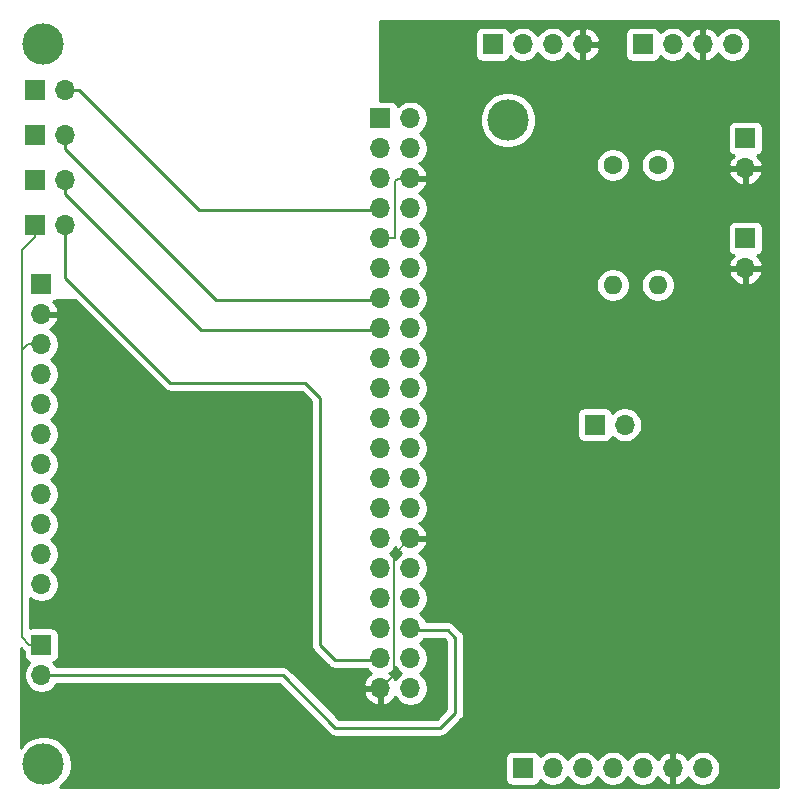
<source format=gbr>
G04 #@! TF.GenerationSoftware,KiCad,Pcbnew,(5.1.5)-3*
G04 #@! TF.CreationDate,2020-06-28T02:39:40-04:00*
G04 #@! TF.ProjectId,SteeringWheelKicad,53746565-7269-46e6-9757-6865656c4b69,3.0*
G04 #@! TF.SameCoordinates,Original*
G04 #@! TF.FileFunction,Copper,L2,Bot*
G04 #@! TF.FilePolarity,Positive*
%FSLAX46Y46*%
G04 Gerber Fmt 4.6, Leading zero omitted, Abs format (unit mm)*
G04 Created by KiCad (PCBNEW (5.1.5)-3) date 2020-06-28 02:39:40*
%MOMM*%
%LPD*%
G04 APERTURE LIST*
%ADD10O,1.700000X1.700000*%
%ADD11R,1.700000X1.700000*%
%ADD12C,3.500000*%
%ADD13O,1.600000X1.600000*%
%ADD14C,1.600000*%
%ADD15C,0.160000*%
%ADD16C,0.250000*%
%ADD17C,0.254000*%
G04 APERTURE END LIST*
D10*
X97028000Y-141040000D03*
D11*
X97028000Y-138500000D03*
D10*
X99045000Y-102940000D03*
D11*
X96505000Y-102940000D03*
D10*
X99045000Y-99130000D03*
D11*
X96505000Y-99130000D03*
D10*
X99045000Y-95320000D03*
D11*
X96505000Y-95320000D03*
D10*
X99045000Y-91510000D03*
D11*
X96505000Y-91510000D03*
D12*
X136510000Y-94050000D03*
X97200000Y-148600000D03*
X97200000Y-87600000D03*
D10*
X97028000Y-133350000D03*
X97028000Y-130810000D03*
X97028000Y-128270000D03*
X97028000Y-125730000D03*
X97028000Y-123190000D03*
X97028000Y-120650000D03*
X97028000Y-118110000D03*
X97028000Y-115570000D03*
X97028000Y-113030000D03*
X97028000Y-110490000D03*
D11*
X97028000Y-107950000D03*
X147940000Y-87630000D03*
D10*
X150480000Y-87630000D03*
X153020000Y-87630000D03*
X155560000Y-87630000D03*
X156640000Y-98140000D03*
D11*
X156640000Y-95600000D03*
X156640000Y-104060000D03*
D10*
X156640000Y-106600000D03*
X142860000Y-87630000D03*
X140320000Y-87630000D03*
X137780000Y-87630000D03*
D11*
X135240000Y-87630000D03*
D10*
X153020000Y-148930000D03*
X150480000Y-148930000D03*
X147940000Y-148930000D03*
X145400000Y-148930000D03*
X142860000Y-148930000D03*
X140320000Y-148930000D03*
D11*
X137780000Y-148930000D03*
D10*
X146420000Y-119850000D03*
D11*
X143880000Y-119850000D03*
D10*
X128270000Y-142160000D03*
X125730000Y-142160000D03*
X128270000Y-139620000D03*
X125730000Y-139620000D03*
X128270000Y-137080000D03*
X125730000Y-137080000D03*
X128270000Y-134540000D03*
X125730000Y-134540000D03*
X128270000Y-132000000D03*
X125730000Y-132000000D03*
X128270000Y-129460000D03*
X125730000Y-129460000D03*
X128270000Y-126920000D03*
X125730000Y-126920000D03*
X128270000Y-124380000D03*
X125730000Y-124380000D03*
X128270000Y-121840000D03*
X125730000Y-121840000D03*
X128270000Y-119300000D03*
X125730000Y-119300000D03*
X128270000Y-116760000D03*
X125730000Y-116760000D03*
X128270000Y-114220000D03*
X125730000Y-114220000D03*
X128270000Y-111680000D03*
X125730000Y-111680000D03*
X128270000Y-109140000D03*
X125730000Y-109140000D03*
X128270000Y-106600000D03*
X125730000Y-106600000D03*
X128270000Y-104060000D03*
X125730000Y-104060000D03*
X128270000Y-101520000D03*
X125730000Y-101520000D03*
X128270000Y-98980000D03*
X125730000Y-98980000D03*
X128270000Y-96440000D03*
X125730000Y-96440000D03*
X128270000Y-93900000D03*
D11*
X125730000Y-93900000D03*
D13*
X145400000Y-108020000D03*
D14*
X145400000Y-97860000D03*
X149210000Y-97860000D03*
D13*
X149210000Y-108020000D03*
D15*
X126932081Y-104060000D02*
X127000000Y-103992081D01*
X125730000Y-104060000D02*
X126932081Y-104060000D01*
X127000000Y-103992081D02*
X127000000Y-99200000D01*
X127000000Y-99200000D02*
X127200000Y-99000000D01*
X127200000Y-99000000D02*
X128300000Y-99000000D01*
X126860001Y-130869999D02*
X126860001Y-141049999D01*
X128270000Y-129460000D02*
X126860001Y-130869999D01*
X126860001Y-141049999D02*
X125750000Y-142160000D01*
X96018000Y-138500000D02*
X95362000Y-137844000D01*
X97028000Y-138500000D02*
X96018000Y-138500000D01*
X95362000Y-137844000D02*
X95362000Y-113481000D01*
X95362000Y-113481000D02*
X95870000Y-112973000D01*
X95870000Y-112973000D02*
X97140000Y-112973000D01*
X95362000Y-105093000D02*
X95362000Y-113481000D01*
X96505000Y-103950000D02*
X95362000Y-105093000D01*
X96505000Y-102940000D02*
X96505000Y-103950000D01*
D16*
X99045000Y-102940000D02*
X99045000Y-107385000D01*
X99045000Y-107385000D02*
X107935000Y-116275000D01*
X107935000Y-116275000D02*
X119365000Y-116275000D01*
X119365000Y-116275000D02*
X120635000Y-117545000D01*
X120635000Y-117545000D02*
X120635000Y-138500000D01*
X120635000Y-138500000D02*
X121905000Y-139770000D01*
X121905000Y-139770000D02*
X125715000Y-139770000D01*
X97028000Y-141040000D02*
X117460000Y-141040000D01*
X117460000Y-141040000D02*
X121905000Y-145485000D01*
X121905000Y-145485000D02*
X130795000Y-145485000D01*
X130795000Y-145485000D02*
X132065000Y-144215000D01*
X132065000Y-144215000D02*
X132065000Y-137865000D01*
X132065000Y-137865000D02*
X131430000Y-137230000D01*
X131430000Y-137230000D02*
X128255000Y-137230000D01*
X99045000Y-100332081D02*
X110542919Y-111830000D01*
X99045000Y-99130000D02*
X99045000Y-100332081D01*
X110542919Y-111830000D02*
X125715000Y-111830000D01*
X99045000Y-96522081D02*
X111812919Y-109290000D01*
X99045000Y-95320000D02*
X99045000Y-96522081D01*
X111812919Y-109290000D02*
X125715000Y-109290000D01*
X99045000Y-91510000D02*
X100247081Y-91510000D01*
X100247081Y-91510000D02*
X110407081Y-101670000D01*
X110407081Y-101670000D02*
X125715000Y-101670000D01*
D17*
G36*
X159380000Y-150167581D02*
G01*
X159380000Y-150540000D01*
X98589471Y-150540000D01*
X98720349Y-150452550D01*
X99052550Y-150120349D01*
X99313560Y-149729721D01*
X99493346Y-149295679D01*
X99585000Y-148834902D01*
X99585000Y-148365098D01*
X99528291Y-148080000D01*
X136291928Y-148080000D01*
X136291928Y-149780000D01*
X136304188Y-149904482D01*
X136340498Y-150024180D01*
X136399463Y-150134494D01*
X136478815Y-150231185D01*
X136575506Y-150310537D01*
X136685820Y-150369502D01*
X136805518Y-150405812D01*
X136930000Y-150418072D01*
X138630000Y-150418072D01*
X138754482Y-150405812D01*
X138874180Y-150369502D01*
X138984494Y-150310537D01*
X139081185Y-150231185D01*
X139160537Y-150134494D01*
X139219502Y-150024180D01*
X139241513Y-149951620D01*
X139373368Y-150083475D01*
X139616589Y-150245990D01*
X139886842Y-150357932D01*
X140173740Y-150415000D01*
X140466260Y-150415000D01*
X140753158Y-150357932D01*
X141023411Y-150245990D01*
X141266632Y-150083475D01*
X141473475Y-149876632D01*
X141590000Y-149702240D01*
X141706525Y-149876632D01*
X141913368Y-150083475D01*
X142156589Y-150245990D01*
X142426842Y-150357932D01*
X142713740Y-150415000D01*
X143006260Y-150415000D01*
X143293158Y-150357932D01*
X143563411Y-150245990D01*
X143806632Y-150083475D01*
X144013475Y-149876632D01*
X144130000Y-149702240D01*
X144246525Y-149876632D01*
X144453368Y-150083475D01*
X144696589Y-150245990D01*
X144966842Y-150357932D01*
X145253740Y-150415000D01*
X145546260Y-150415000D01*
X145833158Y-150357932D01*
X146103411Y-150245990D01*
X146346632Y-150083475D01*
X146553475Y-149876632D01*
X146670000Y-149702240D01*
X146786525Y-149876632D01*
X146993368Y-150083475D01*
X147236589Y-150245990D01*
X147506842Y-150357932D01*
X147793740Y-150415000D01*
X148086260Y-150415000D01*
X148373158Y-150357932D01*
X148643411Y-150245990D01*
X148886632Y-150083475D01*
X149093475Y-149876632D01*
X149215195Y-149694466D01*
X149284822Y-149811355D01*
X149479731Y-150027588D01*
X149713080Y-150201641D01*
X149975901Y-150326825D01*
X150123110Y-150371476D01*
X150353000Y-150250155D01*
X150353000Y-149057000D01*
X150333000Y-149057000D01*
X150333000Y-148803000D01*
X150353000Y-148803000D01*
X150353000Y-147609845D01*
X150607000Y-147609845D01*
X150607000Y-148803000D01*
X150627000Y-148803000D01*
X150627000Y-149057000D01*
X150607000Y-149057000D01*
X150607000Y-150250155D01*
X150836890Y-150371476D01*
X150984099Y-150326825D01*
X151246920Y-150201641D01*
X151480269Y-150027588D01*
X151675178Y-149811355D01*
X151744805Y-149694466D01*
X151866525Y-149876632D01*
X152073368Y-150083475D01*
X152316589Y-150245990D01*
X152586842Y-150357932D01*
X152873740Y-150415000D01*
X153166260Y-150415000D01*
X153453158Y-150357932D01*
X153723411Y-150245990D01*
X153966632Y-150083475D01*
X154173475Y-149876632D01*
X154335990Y-149633411D01*
X154447932Y-149363158D01*
X154505000Y-149076260D01*
X154505000Y-148783740D01*
X154447932Y-148496842D01*
X154335990Y-148226589D01*
X154173475Y-147983368D01*
X153966632Y-147776525D01*
X153723411Y-147614010D01*
X153453158Y-147502068D01*
X153166260Y-147445000D01*
X152873740Y-147445000D01*
X152586842Y-147502068D01*
X152316589Y-147614010D01*
X152073368Y-147776525D01*
X151866525Y-147983368D01*
X151744805Y-148165534D01*
X151675178Y-148048645D01*
X151480269Y-147832412D01*
X151246920Y-147658359D01*
X150984099Y-147533175D01*
X150836890Y-147488524D01*
X150607000Y-147609845D01*
X150353000Y-147609845D01*
X150123110Y-147488524D01*
X149975901Y-147533175D01*
X149713080Y-147658359D01*
X149479731Y-147832412D01*
X149284822Y-148048645D01*
X149215195Y-148165534D01*
X149093475Y-147983368D01*
X148886632Y-147776525D01*
X148643411Y-147614010D01*
X148373158Y-147502068D01*
X148086260Y-147445000D01*
X147793740Y-147445000D01*
X147506842Y-147502068D01*
X147236589Y-147614010D01*
X146993368Y-147776525D01*
X146786525Y-147983368D01*
X146670000Y-148157760D01*
X146553475Y-147983368D01*
X146346632Y-147776525D01*
X146103411Y-147614010D01*
X145833158Y-147502068D01*
X145546260Y-147445000D01*
X145253740Y-147445000D01*
X144966842Y-147502068D01*
X144696589Y-147614010D01*
X144453368Y-147776525D01*
X144246525Y-147983368D01*
X144130000Y-148157760D01*
X144013475Y-147983368D01*
X143806632Y-147776525D01*
X143563411Y-147614010D01*
X143293158Y-147502068D01*
X143006260Y-147445000D01*
X142713740Y-147445000D01*
X142426842Y-147502068D01*
X142156589Y-147614010D01*
X141913368Y-147776525D01*
X141706525Y-147983368D01*
X141590000Y-148157760D01*
X141473475Y-147983368D01*
X141266632Y-147776525D01*
X141023411Y-147614010D01*
X140753158Y-147502068D01*
X140466260Y-147445000D01*
X140173740Y-147445000D01*
X139886842Y-147502068D01*
X139616589Y-147614010D01*
X139373368Y-147776525D01*
X139241513Y-147908380D01*
X139219502Y-147835820D01*
X139160537Y-147725506D01*
X139081185Y-147628815D01*
X138984494Y-147549463D01*
X138874180Y-147490498D01*
X138754482Y-147454188D01*
X138630000Y-147441928D01*
X136930000Y-147441928D01*
X136805518Y-147454188D01*
X136685820Y-147490498D01*
X136575506Y-147549463D01*
X136478815Y-147628815D01*
X136399463Y-147725506D01*
X136340498Y-147835820D01*
X136304188Y-147955518D01*
X136291928Y-148080000D01*
X99528291Y-148080000D01*
X99493346Y-147904321D01*
X99313560Y-147470279D01*
X99052550Y-147079651D01*
X98720349Y-146747450D01*
X98329721Y-146486440D01*
X97895679Y-146306654D01*
X97434902Y-146215000D01*
X96965098Y-146215000D01*
X96504321Y-146306654D01*
X96070279Y-146486440D01*
X95679651Y-146747450D01*
X95347450Y-147079651D01*
X95260000Y-147210529D01*
X95260000Y-138753162D01*
X95487584Y-138980746D01*
X95509973Y-139008027D01*
X95539928Y-139032610D01*
X95539928Y-139350000D01*
X95552188Y-139474482D01*
X95588498Y-139594180D01*
X95647463Y-139704494D01*
X95726815Y-139801185D01*
X95823506Y-139880537D01*
X95933820Y-139939502D01*
X96006380Y-139961513D01*
X95874525Y-140093368D01*
X95712010Y-140336589D01*
X95600068Y-140606842D01*
X95543000Y-140893740D01*
X95543000Y-141186260D01*
X95600068Y-141473158D01*
X95712010Y-141743411D01*
X95874525Y-141986632D01*
X96081368Y-142193475D01*
X96324589Y-142355990D01*
X96594842Y-142467932D01*
X96881740Y-142525000D01*
X97174260Y-142525000D01*
X97461158Y-142467932D01*
X97731411Y-142355990D01*
X97974632Y-142193475D01*
X98181475Y-141986632D01*
X98306178Y-141800000D01*
X117145199Y-141800000D01*
X121341201Y-145996003D01*
X121364999Y-146025001D01*
X121480724Y-146119974D01*
X121612753Y-146190546D01*
X121756014Y-146234003D01*
X121867667Y-146245000D01*
X121867676Y-146245000D01*
X121904999Y-146248676D01*
X121942322Y-146245000D01*
X130757678Y-146245000D01*
X130795000Y-146248676D01*
X130832322Y-146245000D01*
X130832333Y-146245000D01*
X130943986Y-146234003D01*
X131087247Y-146190546D01*
X131219276Y-146119974D01*
X131335001Y-146025001D01*
X131358804Y-145995997D01*
X132576004Y-144778798D01*
X132605001Y-144755001D01*
X132699974Y-144639276D01*
X132770546Y-144507247D01*
X132814003Y-144363986D01*
X132825000Y-144252333D01*
X132825000Y-144252324D01*
X132828676Y-144215001D01*
X132825000Y-144177678D01*
X132825000Y-137902333D01*
X132828677Y-137865000D01*
X132814003Y-137716014D01*
X132770546Y-137572753D01*
X132699974Y-137440724D01*
X132628799Y-137353997D01*
X132605001Y-137324999D01*
X132576002Y-137301200D01*
X131993803Y-136719002D01*
X131970001Y-136689999D01*
X131854276Y-136595026D01*
X131722247Y-136524454D01*
X131578986Y-136480997D01*
X131467333Y-136470000D01*
X131467322Y-136470000D01*
X131430000Y-136466324D01*
X131392678Y-136470000D01*
X129624682Y-136470000D01*
X129585990Y-136376589D01*
X129423475Y-136133368D01*
X129216632Y-135926525D01*
X129042240Y-135810000D01*
X129216632Y-135693475D01*
X129423475Y-135486632D01*
X129585990Y-135243411D01*
X129697932Y-134973158D01*
X129755000Y-134686260D01*
X129755000Y-134393740D01*
X129697932Y-134106842D01*
X129585990Y-133836589D01*
X129423475Y-133593368D01*
X129216632Y-133386525D01*
X129042240Y-133270000D01*
X129216632Y-133153475D01*
X129423475Y-132946632D01*
X129585990Y-132703411D01*
X129697932Y-132433158D01*
X129755000Y-132146260D01*
X129755000Y-131853740D01*
X129697932Y-131566842D01*
X129585990Y-131296589D01*
X129423475Y-131053368D01*
X129216632Y-130846525D01*
X129034466Y-130724805D01*
X129151355Y-130655178D01*
X129367588Y-130460269D01*
X129541641Y-130226920D01*
X129666825Y-129964099D01*
X129711476Y-129816890D01*
X129590155Y-129587000D01*
X128397000Y-129587000D01*
X128397000Y-129607000D01*
X128143000Y-129607000D01*
X128143000Y-129587000D01*
X128123000Y-129587000D01*
X128123000Y-129333000D01*
X128143000Y-129333000D01*
X128143000Y-129313000D01*
X128397000Y-129313000D01*
X128397000Y-129333000D01*
X129590155Y-129333000D01*
X129711476Y-129103110D01*
X129666825Y-128955901D01*
X129541641Y-128693080D01*
X129367588Y-128459731D01*
X129151355Y-128264822D01*
X129034466Y-128195195D01*
X129216632Y-128073475D01*
X129423475Y-127866632D01*
X129585990Y-127623411D01*
X129697932Y-127353158D01*
X129755000Y-127066260D01*
X129755000Y-126773740D01*
X129697932Y-126486842D01*
X129585990Y-126216589D01*
X129423475Y-125973368D01*
X129216632Y-125766525D01*
X129042240Y-125650000D01*
X129216632Y-125533475D01*
X129423475Y-125326632D01*
X129585990Y-125083411D01*
X129697932Y-124813158D01*
X129755000Y-124526260D01*
X129755000Y-124233740D01*
X129697932Y-123946842D01*
X129585990Y-123676589D01*
X129423475Y-123433368D01*
X129216632Y-123226525D01*
X129042240Y-123110000D01*
X129216632Y-122993475D01*
X129423475Y-122786632D01*
X129585990Y-122543411D01*
X129697932Y-122273158D01*
X129755000Y-121986260D01*
X129755000Y-121693740D01*
X129697932Y-121406842D01*
X129585990Y-121136589D01*
X129423475Y-120893368D01*
X129216632Y-120686525D01*
X129042240Y-120570000D01*
X129216632Y-120453475D01*
X129423475Y-120246632D01*
X129585990Y-120003411D01*
X129697932Y-119733158D01*
X129755000Y-119446260D01*
X129755000Y-119153740D01*
X129724419Y-119000000D01*
X142391928Y-119000000D01*
X142391928Y-120700000D01*
X142404188Y-120824482D01*
X142440498Y-120944180D01*
X142499463Y-121054494D01*
X142578815Y-121151185D01*
X142675506Y-121230537D01*
X142785820Y-121289502D01*
X142905518Y-121325812D01*
X143030000Y-121338072D01*
X144730000Y-121338072D01*
X144854482Y-121325812D01*
X144974180Y-121289502D01*
X145084494Y-121230537D01*
X145181185Y-121151185D01*
X145260537Y-121054494D01*
X145319502Y-120944180D01*
X145341513Y-120871620D01*
X145473368Y-121003475D01*
X145716589Y-121165990D01*
X145986842Y-121277932D01*
X146273740Y-121335000D01*
X146566260Y-121335000D01*
X146853158Y-121277932D01*
X147123411Y-121165990D01*
X147366632Y-121003475D01*
X147573475Y-120796632D01*
X147735990Y-120553411D01*
X147847932Y-120283158D01*
X147905000Y-119996260D01*
X147905000Y-119703740D01*
X147847932Y-119416842D01*
X147735990Y-119146589D01*
X147573475Y-118903368D01*
X147366632Y-118696525D01*
X147123411Y-118534010D01*
X146853158Y-118422068D01*
X146566260Y-118365000D01*
X146273740Y-118365000D01*
X145986842Y-118422068D01*
X145716589Y-118534010D01*
X145473368Y-118696525D01*
X145341513Y-118828380D01*
X145319502Y-118755820D01*
X145260537Y-118645506D01*
X145181185Y-118548815D01*
X145084494Y-118469463D01*
X144974180Y-118410498D01*
X144854482Y-118374188D01*
X144730000Y-118361928D01*
X143030000Y-118361928D01*
X142905518Y-118374188D01*
X142785820Y-118410498D01*
X142675506Y-118469463D01*
X142578815Y-118548815D01*
X142499463Y-118645506D01*
X142440498Y-118755820D01*
X142404188Y-118875518D01*
X142391928Y-119000000D01*
X129724419Y-119000000D01*
X129697932Y-118866842D01*
X129585990Y-118596589D01*
X129423475Y-118353368D01*
X129216632Y-118146525D01*
X129042240Y-118030000D01*
X129216632Y-117913475D01*
X129423475Y-117706632D01*
X129585990Y-117463411D01*
X129697932Y-117193158D01*
X129755000Y-116906260D01*
X129755000Y-116613740D01*
X129697932Y-116326842D01*
X129585990Y-116056589D01*
X129423475Y-115813368D01*
X129216632Y-115606525D01*
X129042240Y-115490000D01*
X129216632Y-115373475D01*
X129423475Y-115166632D01*
X129585990Y-114923411D01*
X129697932Y-114653158D01*
X129755000Y-114366260D01*
X129755000Y-114073740D01*
X129697932Y-113786842D01*
X129585990Y-113516589D01*
X129423475Y-113273368D01*
X129216632Y-113066525D01*
X129042240Y-112950000D01*
X129216632Y-112833475D01*
X129423475Y-112626632D01*
X129585990Y-112383411D01*
X129697932Y-112113158D01*
X129755000Y-111826260D01*
X129755000Y-111533740D01*
X129697932Y-111246842D01*
X129585990Y-110976589D01*
X129423475Y-110733368D01*
X129216632Y-110526525D01*
X129042240Y-110410000D01*
X129216632Y-110293475D01*
X129423475Y-110086632D01*
X129585990Y-109843411D01*
X129697932Y-109573158D01*
X129755000Y-109286260D01*
X129755000Y-108993740D01*
X129697932Y-108706842D01*
X129585990Y-108436589D01*
X129423475Y-108193368D01*
X129216632Y-107986525D01*
X129055209Y-107878665D01*
X143965000Y-107878665D01*
X143965000Y-108161335D01*
X144020147Y-108438574D01*
X144128320Y-108699727D01*
X144285363Y-108934759D01*
X144485241Y-109134637D01*
X144720273Y-109291680D01*
X144981426Y-109399853D01*
X145258665Y-109455000D01*
X145541335Y-109455000D01*
X145818574Y-109399853D01*
X146079727Y-109291680D01*
X146314759Y-109134637D01*
X146514637Y-108934759D01*
X146671680Y-108699727D01*
X146779853Y-108438574D01*
X146835000Y-108161335D01*
X146835000Y-107878665D01*
X147775000Y-107878665D01*
X147775000Y-108161335D01*
X147830147Y-108438574D01*
X147938320Y-108699727D01*
X148095363Y-108934759D01*
X148295241Y-109134637D01*
X148530273Y-109291680D01*
X148791426Y-109399853D01*
X149068665Y-109455000D01*
X149351335Y-109455000D01*
X149628574Y-109399853D01*
X149889727Y-109291680D01*
X150124759Y-109134637D01*
X150324637Y-108934759D01*
X150481680Y-108699727D01*
X150589853Y-108438574D01*
X150645000Y-108161335D01*
X150645000Y-107878665D01*
X150589853Y-107601426D01*
X150481680Y-107340273D01*
X150324637Y-107105241D01*
X150176286Y-106956890D01*
X155198524Y-106956890D01*
X155243175Y-107104099D01*
X155368359Y-107366920D01*
X155542412Y-107600269D01*
X155758645Y-107795178D01*
X156008748Y-107944157D01*
X156283109Y-108041481D01*
X156513000Y-107920814D01*
X156513000Y-106727000D01*
X156767000Y-106727000D01*
X156767000Y-107920814D01*
X156996891Y-108041481D01*
X157271252Y-107944157D01*
X157521355Y-107795178D01*
X157737588Y-107600269D01*
X157911641Y-107366920D01*
X158036825Y-107104099D01*
X158081476Y-106956890D01*
X157960155Y-106727000D01*
X156767000Y-106727000D01*
X156513000Y-106727000D01*
X155319845Y-106727000D01*
X155198524Y-106956890D01*
X150176286Y-106956890D01*
X150124759Y-106905363D01*
X149889727Y-106748320D01*
X149628574Y-106640147D01*
X149351335Y-106585000D01*
X149068665Y-106585000D01*
X148791426Y-106640147D01*
X148530273Y-106748320D01*
X148295241Y-106905363D01*
X148095363Y-107105241D01*
X147938320Y-107340273D01*
X147830147Y-107601426D01*
X147775000Y-107878665D01*
X146835000Y-107878665D01*
X146779853Y-107601426D01*
X146671680Y-107340273D01*
X146514637Y-107105241D01*
X146314759Y-106905363D01*
X146079727Y-106748320D01*
X145818574Y-106640147D01*
X145541335Y-106585000D01*
X145258665Y-106585000D01*
X144981426Y-106640147D01*
X144720273Y-106748320D01*
X144485241Y-106905363D01*
X144285363Y-107105241D01*
X144128320Y-107340273D01*
X144020147Y-107601426D01*
X143965000Y-107878665D01*
X129055209Y-107878665D01*
X129042240Y-107870000D01*
X129216632Y-107753475D01*
X129423475Y-107546632D01*
X129585990Y-107303411D01*
X129697932Y-107033158D01*
X129755000Y-106746260D01*
X129755000Y-106453740D01*
X129697932Y-106166842D01*
X129585990Y-105896589D01*
X129423475Y-105653368D01*
X129216632Y-105446525D01*
X129042240Y-105330000D01*
X129216632Y-105213475D01*
X129423475Y-105006632D01*
X129585990Y-104763411D01*
X129697932Y-104493158D01*
X129755000Y-104206260D01*
X129755000Y-103913740D01*
X129697932Y-103626842D01*
X129585990Y-103356589D01*
X129488043Y-103210000D01*
X155151928Y-103210000D01*
X155151928Y-104910000D01*
X155164188Y-105034482D01*
X155200498Y-105154180D01*
X155259463Y-105264494D01*
X155338815Y-105361185D01*
X155435506Y-105440537D01*
X155545820Y-105499502D01*
X155626466Y-105523966D01*
X155542412Y-105599731D01*
X155368359Y-105833080D01*
X155243175Y-106095901D01*
X155198524Y-106243110D01*
X155319845Y-106473000D01*
X156513000Y-106473000D01*
X156513000Y-106453000D01*
X156767000Y-106453000D01*
X156767000Y-106473000D01*
X157960155Y-106473000D01*
X158081476Y-106243110D01*
X158036825Y-106095901D01*
X157911641Y-105833080D01*
X157737588Y-105599731D01*
X157653534Y-105523966D01*
X157734180Y-105499502D01*
X157844494Y-105440537D01*
X157941185Y-105361185D01*
X158020537Y-105264494D01*
X158079502Y-105154180D01*
X158115812Y-105034482D01*
X158128072Y-104910000D01*
X158128072Y-103210000D01*
X158115812Y-103085518D01*
X158079502Y-102965820D01*
X158020537Y-102855506D01*
X157941185Y-102758815D01*
X157844494Y-102679463D01*
X157734180Y-102620498D01*
X157614482Y-102584188D01*
X157490000Y-102571928D01*
X155790000Y-102571928D01*
X155665518Y-102584188D01*
X155545820Y-102620498D01*
X155435506Y-102679463D01*
X155338815Y-102758815D01*
X155259463Y-102855506D01*
X155200498Y-102965820D01*
X155164188Y-103085518D01*
X155151928Y-103210000D01*
X129488043Y-103210000D01*
X129423475Y-103113368D01*
X129216632Y-102906525D01*
X129042240Y-102790000D01*
X129216632Y-102673475D01*
X129423475Y-102466632D01*
X129585990Y-102223411D01*
X129697932Y-101953158D01*
X129755000Y-101666260D01*
X129755000Y-101373740D01*
X129697932Y-101086842D01*
X129585990Y-100816589D01*
X129423475Y-100573368D01*
X129216632Y-100366525D01*
X129034466Y-100244805D01*
X129151355Y-100175178D01*
X129367588Y-99980269D01*
X129541641Y-99746920D01*
X129666825Y-99484099D01*
X129711476Y-99336890D01*
X129590155Y-99107000D01*
X128397000Y-99107000D01*
X128397000Y-99127000D01*
X128143000Y-99127000D01*
X128143000Y-99107000D01*
X128123000Y-99107000D01*
X128123000Y-98853000D01*
X128143000Y-98853000D01*
X128143000Y-98833000D01*
X128397000Y-98833000D01*
X128397000Y-98853000D01*
X129590155Y-98853000D01*
X129711476Y-98623110D01*
X129666825Y-98475901D01*
X129541641Y-98213080D01*
X129367588Y-97979731D01*
X129151355Y-97784822D01*
X129040292Y-97718665D01*
X143965000Y-97718665D01*
X143965000Y-98001335D01*
X144020147Y-98278574D01*
X144128320Y-98539727D01*
X144285363Y-98774759D01*
X144485241Y-98974637D01*
X144720273Y-99131680D01*
X144981426Y-99239853D01*
X145258665Y-99295000D01*
X145541335Y-99295000D01*
X145818574Y-99239853D01*
X146079727Y-99131680D01*
X146314759Y-98974637D01*
X146514637Y-98774759D01*
X146671680Y-98539727D01*
X146779853Y-98278574D01*
X146835000Y-98001335D01*
X146835000Y-97718665D01*
X147775000Y-97718665D01*
X147775000Y-98001335D01*
X147830147Y-98278574D01*
X147938320Y-98539727D01*
X148095363Y-98774759D01*
X148295241Y-98974637D01*
X148530273Y-99131680D01*
X148791426Y-99239853D01*
X149068665Y-99295000D01*
X149351335Y-99295000D01*
X149628574Y-99239853D01*
X149889727Y-99131680D01*
X150124759Y-98974637D01*
X150324637Y-98774759D01*
X150481680Y-98539727D01*
X150499423Y-98496890D01*
X155198524Y-98496890D01*
X155243175Y-98644099D01*
X155368359Y-98906920D01*
X155542412Y-99140269D01*
X155758645Y-99335178D01*
X156008748Y-99484157D01*
X156283109Y-99581481D01*
X156513000Y-99460814D01*
X156513000Y-98267000D01*
X156767000Y-98267000D01*
X156767000Y-99460814D01*
X156996891Y-99581481D01*
X157271252Y-99484157D01*
X157521355Y-99335178D01*
X157737588Y-99140269D01*
X157911641Y-98906920D01*
X158036825Y-98644099D01*
X158081476Y-98496890D01*
X157960155Y-98267000D01*
X156767000Y-98267000D01*
X156513000Y-98267000D01*
X155319845Y-98267000D01*
X155198524Y-98496890D01*
X150499423Y-98496890D01*
X150589853Y-98278574D01*
X150645000Y-98001335D01*
X150645000Y-97718665D01*
X150589853Y-97441426D01*
X150481680Y-97180273D01*
X150324637Y-96945241D01*
X150124759Y-96745363D01*
X149889727Y-96588320D01*
X149628574Y-96480147D01*
X149351335Y-96425000D01*
X149068665Y-96425000D01*
X148791426Y-96480147D01*
X148530273Y-96588320D01*
X148295241Y-96745363D01*
X148095363Y-96945241D01*
X147938320Y-97180273D01*
X147830147Y-97441426D01*
X147775000Y-97718665D01*
X146835000Y-97718665D01*
X146779853Y-97441426D01*
X146671680Y-97180273D01*
X146514637Y-96945241D01*
X146314759Y-96745363D01*
X146079727Y-96588320D01*
X145818574Y-96480147D01*
X145541335Y-96425000D01*
X145258665Y-96425000D01*
X144981426Y-96480147D01*
X144720273Y-96588320D01*
X144485241Y-96745363D01*
X144285363Y-96945241D01*
X144128320Y-97180273D01*
X144020147Y-97441426D01*
X143965000Y-97718665D01*
X129040292Y-97718665D01*
X129034466Y-97715195D01*
X129216632Y-97593475D01*
X129423475Y-97386632D01*
X129585990Y-97143411D01*
X129697932Y-96873158D01*
X129755000Y-96586260D01*
X129755000Y-96293740D01*
X129697932Y-96006842D01*
X129585990Y-95736589D01*
X129423475Y-95493368D01*
X129216632Y-95286525D01*
X129042240Y-95170000D01*
X129216632Y-95053475D01*
X129423475Y-94846632D01*
X129585990Y-94603411D01*
X129697932Y-94333158D01*
X129755000Y-94046260D01*
X129755000Y-93815098D01*
X134125000Y-93815098D01*
X134125000Y-94284902D01*
X134216654Y-94745679D01*
X134396440Y-95179721D01*
X134657450Y-95570349D01*
X134989651Y-95902550D01*
X135380279Y-96163560D01*
X135814321Y-96343346D01*
X136275098Y-96435000D01*
X136744902Y-96435000D01*
X137205679Y-96343346D01*
X137639721Y-96163560D01*
X138030349Y-95902550D01*
X138362550Y-95570349D01*
X138623560Y-95179721D01*
X138801556Y-94750000D01*
X155151928Y-94750000D01*
X155151928Y-96450000D01*
X155164188Y-96574482D01*
X155200498Y-96694180D01*
X155259463Y-96804494D01*
X155338815Y-96901185D01*
X155435506Y-96980537D01*
X155545820Y-97039502D01*
X155626466Y-97063966D01*
X155542412Y-97139731D01*
X155368359Y-97373080D01*
X155243175Y-97635901D01*
X155198524Y-97783110D01*
X155319845Y-98013000D01*
X156513000Y-98013000D01*
X156513000Y-97993000D01*
X156767000Y-97993000D01*
X156767000Y-98013000D01*
X157960155Y-98013000D01*
X158081476Y-97783110D01*
X158036825Y-97635901D01*
X157911641Y-97373080D01*
X157737588Y-97139731D01*
X157653534Y-97063966D01*
X157734180Y-97039502D01*
X157844494Y-96980537D01*
X157941185Y-96901185D01*
X158020537Y-96804494D01*
X158079502Y-96694180D01*
X158115812Y-96574482D01*
X158128072Y-96450000D01*
X158128072Y-94750000D01*
X158115812Y-94625518D01*
X158079502Y-94505820D01*
X158020537Y-94395506D01*
X157941185Y-94298815D01*
X157844494Y-94219463D01*
X157734180Y-94160498D01*
X157614482Y-94124188D01*
X157490000Y-94111928D01*
X155790000Y-94111928D01*
X155665518Y-94124188D01*
X155545820Y-94160498D01*
X155435506Y-94219463D01*
X155338815Y-94298815D01*
X155259463Y-94395506D01*
X155200498Y-94505820D01*
X155164188Y-94625518D01*
X155151928Y-94750000D01*
X138801556Y-94750000D01*
X138803346Y-94745679D01*
X138895000Y-94284902D01*
X138895000Y-93815098D01*
X138803346Y-93354321D01*
X138623560Y-92920279D01*
X138362550Y-92529651D01*
X138030349Y-92197450D01*
X137639721Y-91936440D01*
X137205679Y-91756654D01*
X136744902Y-91665000D01*
X136275098Y-91665000D01*
X135814321Y-91756654D01*
X135380279Y-91936440D01*
X134989651Y-92197450D01*
X134657450Y-92529651D01*
X134396440Y-92920279D01*
X134216654Y-93354321D01*
X134125000Y-93815098D01*
X129755000Y-93815098D01*
X129755000Y-93753740D01*
X129697932Y-93466842D01*
X129585990Y-93196589D01*
X129423475Y-92953368D01*
X129216632Y-92746525D01*
X128973411Y-92584010D01*
X128703158Y-92472068D01*
X128416260Y-92415000D01*
X128123740Y-92415000D01*
X127836842Y-92472068D01*
X127566589Y-92584010D01*
X127323368Y-92746525D01*
X127191513Y-92878380D01*
X127169502Y-92805820D01*
X127110537Y-92695506D01*
X127031185Y-92598815D01*
X126934494Y-92519463D01*
X126824180Y-92460498D01*
X126704482Y-92424188D01*
X126580000Y-92411928D01*
X125727000Y-92411928D01*
X125727000Y-86780000D01*
X133751928Y-86780000D01*
X133751928Y-88480000D01*
X133764188Y-88604482D01*
X133800498Y-88724180D01*
X133859463Y-88834494D01*
X133938815Y-88931185D01*
X134035506Y-89010537D01*
X134145820Y-89069502D01*
X134265518Y-89105812D01*
X134390000Y-89118072D01*
X136090000Y-89118072D01*
X136214482Y-89105812D01*
X136334180Y-89069502D01*
X136444494Y-89010537D01*
X136541185Y-88931185D01*
X136620537Y-88834494D01*
X136679502Y-88724180D01*
X136701513Y-88651620D01*
X136833368Y-88783475D01*
X137076589Y-88945990D01*
X137346842Y-89057932D01*
X137633740Y-89115000D01*
X137926260Y-89115000D01*
X138213158Y-89057932D01*
X138483411Y-88945990D01*
X138726632Y-88783475D01*
X138933475Y-88576632D01*
X139050000Y-88402240D01*
X139166525Y-88576632D01*
X139373368Y-88783475D01*
X139616589Y-88945990D01*
X139886842Y-89057932D01*
X140173740Y-89115000D01*
X140466260Y-89115000D01*
X140753158Y-89057932D01*
X141023411Y-88945990D01*
X141266632Y-88783475D01*
X141473475Y-88576632D01*
X141595195Y-88394466D01*
X141664822Y-88511355D01*
X141859731Y-88727588D01*
X142093080Y-88901641D01*
X142355901Y-89026825D01*
X142503110Y-89071476D01*
X142733000Y-88950155D01*
X142733000Y-87757000D01*
X142987000Y-87757000D01*
X142987000Y-88950155D01*
X143216890Y-89071476D01*
X143364099Y-89026825D01*
X143626920Y-88901641D01*
X143860269Y-88727588D01*
X144055178Y-88511355D01*
X144204157Y-88261252D01*
X144301481Y-87986891D01*
X144180814Y-87757000D01*
X142987000Y-87757000D01*
X142733000Y-87757000D01*
X142713000Y-87757000D01*
X142713000Y-87503000D01*
X142733000Y-87503000D01*
X142733000Y-86309845D01*
X142987000Y-86309845D01*
X142987000Y-87503000D01*
X144180814Y-87503000D01*
X144301481Y-87273109D01*
X144204157Y-86998748D01*
X144073856Y-86780000D01*
X146451928Y-86780000D01*
X146451928Y-88480000D01*
X146464188Y-88604482D01*
X146500498Y-88724180D01*
X146559463Y-88834494D01*
X146638815Y-88931185D01*
X146735506Y-89010537D01*
X146845820Y-89069502D01*
X146965518Y-89105812D01*
X147090000Y-89118072D01*
X148790000Y-89118072D01*
X148914482Y-89105812D01*
X149034180Y-89069502D01*
X149144494Y-89010537D01*
X149241185Y-88931185D01*
X149320537Y-88834494D01*
X149379502Y-88724180D01*
X149401513Y-88651620D01*
X149533368Y-88783475D01*
X149776589Y-88945990D01*
X150046842Y-89057932D01*
X150333740Y-89115000D01*
X150626260Y-89115000D01*
X150913158Y-89057932D01*
X151183411Y-88945990D01*
X151426632Y-88783475D01*
X151633475Y-88576632D01*
X151755195Y-88394466D01*
X151824822Y-88511355D01*
X152019731Y-88727588D01*
X152253080Y-88901641D01*
X152515901Y-89026825D01*
X152663110Y-89071476D01*
X152893000Y-88950155D01*
X152893000Y-87757000D01*
X152873000Y-87757000D01*
X152873000Y-87503000D01*
X152893000Y-87503000D01*
X152893000Y-86309845D01*
X153147000Y-86309845D01*
X153147000Y-87503000D01*
X153167000Y-87503000D01*
X153167000Y-87757000D01*
X153147000Y-87757000D01*
X153147000Y-88950155D01*
X153376890Y-89071476D01*
X153524099Y-89026825D01*
X153786920Y-88901641D01*
X154020269Y-88727588D01*
X154215178Y-88511355D01*
X154284805Y-88394466D01*
X154406525Y-88576632D01*
X154613368Y-88783475D01*
X154856589Y-88945990D01*
X155126842Y-89057932D01*
X155413740Y-89115000D01*
X155706260Y-89115000D01*
X155993158Y-89057932D01*
X156263411Y-88945990D01*
X156506632Y-88783475D01*
X156713475Y-88576632D01*
X156875990Y-88333411D01*
X156987932Y-88063158D01*
X157045000Y-87776260D01*
X157045000Y-87483740D01*
X156987932Y-87196842D01*
X156875990Y-86926589D01*
X156713475Y-86683368D01*
X156506632Y-86476525D01*
X156263411Y-86314010D01*
X155993158Y-86202068D01*
X155706260Y-86145000D01*
X155413740Y-86145000D01*
X155126842Y-86202068D01*
X154856589Y-86314010D01*
X154613368Y-86476525D01*
X154406525Y-86683368D01*
X154284805Y-86865534D01*
X154215178Y-86748645D01*
X154020269Y-86532412D01*
X153786920Y-86358359D01*
X153524099Y-86233175D01*
X153376890Y-86188524D01*
X153147000Y-86309845D01*
X152893000Y-86309845D01*
X152663110Y-86188524D01*
X152515901Y-86233175D01*
X152253080Y-86358359D01*
X152019731Y-86532412D01*
X151824822Y-86748645D01*
X151755195Y-86865534D01*
X151633475Y-86683368D01*
X151426632Y-86476525D01*
X151183411Y-86314010D01*
X150913158Y-86202068D01*
X150626260Y-86145000D01*
X150333740Y-86145000D01*
X150046842Y-86202068D01*
X149776589Y-86314010D01*
X149533368Y-86476525D01*
X149401513Y-86608380D01*
X149379502Y-86535820D01*
X149320537Y-86425506D01*
X149241185Y-86328815D01*
X149144494Y-86249463D01*
X149034180Y-86190498D01*
X148914482Y-86154188D01*
X148790000Y-86141928D01*
X147090000Y-86141928D01*
X146965518Y-86154188D01*
X146845820Y-86190498D01*
X146735506Y-86249463D01*
X146638815Y-86328815D01*
X146559463Y-86425506D01*
X146500498Y-86535820D01*
X146464188Y-86655518D01*
X146451928Y-86780000D01*
X144073856Y-86780000D01*
X144055178Y-86748645D01*
X143860269Y-86532412D01*
X143626920Y-86358359D01*
X143364099Y-86233175D01*
X143216890Y-86188524D01*
X142987000Y-86309845D01*
X142733000Y-86309845D01*
X142503110Y-86188524D01*
X142355901Y-86233175D01*
X142093080Y-86358359D01*
X141859731Y-86532412D01*
X141664822Y-86748645D01*
X141595195Y-86865534D01*
X141473475Y-86683368D01*
X141266632Y-86476525D01*
X141023411Y-86314010D01*
X140753158Y-86202068D01*
X140466260Y-86145000D01*
X140173740Y-86145000D01*
X139886842Y-86202068D01*
X139616589Y-86314010D01*
X139373368Y-86476525D01*
X139166525Y-86683368D01*
X139050000Y-86857760D01*
X138933475Y-86683368D01*
X138726632Y-86476525D01*
X138483411Y-86314010D01*
X138213158Y-86202068D01*
X137926260Y-86145000D01*
X137633740Y-86145000D01*
X137346842Y-86202068D01*
X137076589Y-86314010D01*
X136833368Y-86476525D01*
X136701513Y-86608380D01*
X136679502Y-86535820D01*
X136620537Y-86425506D01*
X136541185Y-86328815D01*
X136444494Y-86249463D01*
X136334180Y-86190498D01*
X136214482Y-86154188D01*
X136090000Y-86141928D01*
X134390000Y-86141928D01*
X134265518Y-86154188D01*
X134145820Y-86190498D01*
X134035506Y-86249463D01*
X133938815Y-86328815D01*
X133859463Y-86425506D01*
X133800498Y-86535820D01*
X133764188Y-86655518D01*
X133751928Y-86780000D01*
X125727000Y-86780000D01*
X125727000Y-85660000D01*
X159380001Y-85660000D01*
X159380000Y-150167581D01*
G37*
X159380000Y-150167581D02*
X159380000Y-150540000D01*
X98589471Y-150540000D01*
X98720349Y-150452550D01*
X99052550Y-150120349D01*
X99313560Y-149729721D01*
X99493346Y-149295679D01*
X99585000Y-148834902D01*
X99585000Y-148365098D01*
X99528291Y-148080000D01*
X136291928Y-148080000D01*
X136291928Y-149780000D01*
X136304188Y-149904482D01*
X136340498Y-150024180D01*
X136399463Y-150134494D01*
X136478815Y-150231185D01*
X136575506Y-150310537D01*
X136685820Y-150369502D01*
X136805518Y-150405812D01*
X136930000Y-150418072D01*
X138630000Y-150418072D01*
X138754482Y-150405812D01*
X138874180Y-150369502D01*
X138984494Y-150310537D01*
X139081185Y-150231185D01*
X139160537Y-150134494D01*
X139219502Y-150024180D01*
X139241513Y-149951620D01*
X139373368Y-150083475D01*
X139616589Y-150245990D01*
X139886842Y-150357932D01*
X140173740Y-150415000D01*
X140466260Y-150415000D01*
X140753158Y-150357932D01*
X141023411Y-150245990D01*
X141266632Y-150083475D01*
X141473475Y-149876632D01*
X141590000Y-149702240D01*
X141706525Y-149876632D01*
X141913368Y-150083475D01*
X142156589Y-150245990D01*
X142426842Y-150357932D01*
X142713740Y-150415000D01*
X143006260Y-150415000D01*
X143293158Y-150357932D01*
X143563411Y-150245990D01*
X143806632Y-150083475D01*
X144013475Y-149876632D01*
X144130000Y-149702240D01*
X144246525Y-149876632D01*
X144453368Y-150083475D01*
X144696589Y-150245990D01*
X144966842Y-150357932D01*
X145253740Y-150415000D01*
X145546260Y-150415000D01*
X145833158Y-150357932D01*
X146103411Y-150245990D01*
X146346632Y-150083475D01*
X146553475Y-149876632D01*
X146670000Y-149702240D01*
X146786525Y-149876632D01*
X146993368Y-150083475D01*
X147236589Y-150245990D01*
X147506842Y-150357932D01*
X147793740Y-150415000D01*
X148086260Y-150415000D01*
X148373158Y-150357932D01*
X148643411Y-150245990D01*
X148886632Y-150083475D01*
X149093475Y-149876632D01*
X149215195Y-149694466D01*
X149284822Y-149811355D01*
X149479731Y-150027588D01*
X149713080Y-150201641D01*
X149975901Y-150326825D01*
X150123110Y-150371476D01*
X150353000Y-150250155D01*
X150353000Y-149057000D01*
X150333000Y-149057000D01*
X150333000Y-148803000D01*
X150353000Y-148803000D01*
X150353000Y-147609845D01*
X150607000Y-147609845D01*
X150607000Y-148803000D01*
X150627000Y-148803000D01*
X150627000Y-149057000D01*
X150607000Y-149057000D01*
X150607000Y-150250155D01*
X150836890Y-150371476D01*
X150984099Y-150326825D01*
X151246920Y-150201641D01*
X151480269Y-150027588D01*
X151675178Y-149811355D01*
X151744805Y-149694466D01*
X151866525Y-149876632D01*
X152073368Y-150083475D01*
X152316589Y-150245990D01*
X152586842Y-150357932D01*
X152873740Y-150415000D01*
X153166260Y-150415000D01*
X153453158Y-150357932D01*
X153723411Y-150245990D01*
X153966632Y-150083475D01*
X154173475Y-149876632D01*
X154335990Y-149633411D01*
X154447932Y-149363158D01*
X154505000Y-149076260D01*
X154505000Y-148783740D01*
X154447932Y-148496842D01*
X154335990Y-148226589D01*
X154173475Y-147983368D01*
X153966632Y-147776525D01*
X153723411Y-147614010D01*
X153453158Y-147502068D01*
X153166260Y-147445000D01*
X152873740Y-147445000D01*
X152586842Y-147502068D01*
X152316589Y-147614010D01*
X152073368Y-147776525D01*
X151866525Y-147983368D01*
X151744805Y-148165534D01*
X151675178Y-148048645D01*
X151480269Y-147832412D01*
X151246920Y-147658359D01*
X150984099Y-147533175D01*
X150836890Y-147488524D01*
X150607000Y-147609845D01*
X150353000Y-147609845D01*
X150123110Y-147488524D01*
X149975901Y-147533175D01*
X149713080Y-147658359D01*
X149479731Y-147832412D01*
X149284822Y-148048645D01*
X149215195Y-148165534D01*
X149093475Y-147983368D01*
X148886632Y-147776525D01*
X148643411Y-147614010D01*
X148373158Y-147502068D01*
X148086260Y-147445000D01*
X147793740Y-147445000D01*
X147506842Y-147502068D01*
X147236589Y-147614010D01*
X146993368Y-147776525D01*
X146786525Y-147983368D01*
X146670000Y-148157760D01*
X146553475Y-147983368D01*
X146346632Y-147776525D01*
X146103411Y-147614010D01*
X145833158Y-147502068D01*
X145546260Y-147445000D01*
X145253740Y-147445000D01*
X144966842Y-147502068D01*
X144696589Y-147614010D01*
X144453368Y-147776525D01*
X144246525Y-147983368D01*
X144130000Y-148157760D01*
X144013475Y-147983368D01*
X143806632Y-147776525D01*
X143563411Y-147614010D01*
X143293158Y-147502068D01*
X143006260Y-147445000D01*
X142713740Y-147445000D01*
X142426842Y-147502068D01*
X142156589Y-147614010D01*
X141913368Y-147776525D01*
X141706525Y-147983368D01*
X141590000Y-148157760D01*
X141473475Y-147983368D01*
X141266632Y-147776525D01*
X141023411Y-147614010D01*
X140753158Y-147502068D01*
X140466260Y-147445000D01*
X140173740Y-147445000D01*
X139886842Y-147502068D01*
X139616589Y-147614010D01*
X139373368Y-147776525D01*
X139241513Y-147908380D01*
X139219502Y-147835820D01*
X139160537Y-147725506D01*
X139081185Y-147628815D01*
X138984494Y-147549463D01*
X138874180Y-147490498D01*
X138754482Y-147454188D01*
X138630000Y-147441928D01*
X136930000Y-147441928D01*
X136805518Y-147454188D01*
X136685820Y-147490498D01*
X136575506Y-147549463D01*
X136478815Y-147628815D01*
X136399463Y-147725506D01*
X136340498Y-147835820D01*
X136304188Y-147955518D01*
X136291928Y-148080000D01*
X99528291Y-148080000D01*
X99493346Y-147904321D01*
X99313560Y-147470279D01*
X99052550Y-147079651D01*
X98720349Y-146747450D01*
X98329721Y-146486440D01*
X97895679Y-146306654D01*
X97434902Y-146215000D01*
X96965098Y-146215000D01*
X96504321Y-146306654D01*
X96070279Y-146486440D01*
X95679651Y-146747450D01*
X95347450Y-147079651D01*
X95260000Y-147210529D01*
X95260000Y-138753162D01*
X95487584Y-138980746D01*
X95509973Y-139008027D01*
X95539928Y-139032610D01*
X95539928Y-139350000D01*
X95552188Y-139474482D01*
X95588498Y-139594180D01*
X95647463Y-139704494D01*
X95726815Y-139801185D01*
X95823506Y-139880537D01*
X95933820Y-139939502D01*
X96006380Y-139961513D01*
X95874525Y-140093368D01*
X95712010Y-140336589D01*
X95600068Y-140606842D01*
X95543000Y-140893740D01*
X95543000Y-141186260D01*
X95600068Y-141473158D01*
X95712010Y-141743411D01*
X95874525Y-141986632D01*
X96081368Y-142193475D01*
X96324589Y-142355990D01*
X96594842Y-142467932D01*
X96881740Y-142525000D01*
X97174260Y-142525000D01*
X97461158Y-142467932D01*
X97731411Y-142355990D01*
X97974632Y-142193475D01*
X98181475Y-141986632D01*
X98306178Y-141800000D01*
X117145199Y-141800000D01*
X121341201Y-145996003D01*
X121364999Y-146025001D01*
X121480724Y-146119974D01*
X121612753Y-146190546D01*
X121756014Y-146234003D01*
X121867667Y-146245000D01*
X121867676Y-146245000D01*
X121904999Y-146248676D01*
X121942322Y-146245000D01*
X130757678Y-146245000D01*
X130795000Y-146248676D01*
X130832322Y-146245000D01*
X130832333Y-146245000D01*
X130943986Y-146234003D01*
X131087247Y-146190546D01*
X131219276Y-146119974D01*
X131335001Y-146025001D01*
X131358804Y-145995997D01*
X132576004Y-144778798D01*
X132605001Y-144755001D01*
X132699974Y-144639276D01*
X132770546Y-144507247D01*
X132814003Y-144363986D01*
X132825000Y-144252333D01*
X132825000Y-144252324D01*
X132828676Y-144215001D01*
X132825000Y-144177678D01*
X132825000Y-137902333D01*
X132828677Y-137865000D01*
X132814003Y-137716014D01*
X132770546Y-137572753D01*
X132699974Y-137440724D01*
X132628799Y-137353997D01*
X132605001Y-137324999D01*
X132576002Y-137301200D01*
X131993803Y-136719002D01*
X131970001Y-136689999D01*
X131854276Y-136595026D01*
X131722247Y-136524454D01*
X131578986Y-136480997D01*
X131467333Y-136470000D01*
X131467322Y-136470000D01*
X131430000Y-136466324D01*
X131392678Y-136470000D01*
X129624682Y-136470000D01*
X129585990Y-136376589D01*
X129423475Y-136133368D01*
X129216632Y-135926525D01*
X129042240Y-135810000D01*
X129216632Y-135693475D01*
X129423475Y-135486632D01*
X129585990Y-135243411D01*
X129697932Y-134973158D01*
X129755000Y-134686260D01*
X129755000Y-134393740D01*
X129697932Y-134106842D01*
X129585990Y-133836589D01*
X129423475Y-133593368D01*
X129216632Y-133386525D01*
X129042240Y-133270000D01*
X129216632Y-133153475D01*
X129423475Y-132946632D01*
X129585990Y-132703411D01*
X129697932Y-132433158D01*
X129755000Y-132146260D01*
X129755000Y-131853740D01*
X129697932Y-131566842D01*
X129585990Y-131296589D01*
X129423475Y-131053368D01*
X129216632Y-130846525D01*
X129034466Y-130724805D01*
X129151355Y-130655178D01*
X129367588Y-130460269D01*
X129541641Y-130226920D01*
X129666825Y-129964099D01*
X129711476Y-129816890D01*
X129590155Y-129587000D01*
X128397000Y-129587000D01*
X128397000Y-129607000D01*
X128143000Y-129607000D01*
X128143000Y-129587000D01*
X128123000Y-129587000D01*
X128123000Y-129333000D01*
X128143000Y-129333000D01*
X128143000Y-129313000D01*
X128397000Y-129313000D01*
X128397000Y-129333000D01*
X129590155Y-129333000D01*
X129711476Y-129103110D01*
X129666825Y-128955901D01*
X129541641Y-128693080D01*
X129367588Y-128459731D01*
X129151355Y-128264822D01*
X129034466Y-128195195D01*
X129216632Y-128073475D01*
X129423475Y-127866632D01*
X129585990Y-127623411D01*
X129697932Y-127353158D01*
X129755000Y-127066260D01*
X129755000Y-126773740D01*
X129697932Y-126486842D01*
X129585990Y-126216589D01*
X129423475Y-125973368D01*
X129216632Y-125766525D01*
X129042240Y-125650000D01*
X129216632Y-125533475D01*
X129423475Y-125326632D01*
X129585990Y-125083411D01*
X129697932Y-124813158D01*
X129755000Y-124526260D01*
X129755000Y-124233740D01*
X129697932Y-123946842D01*
X129585990Y-123676589D01*
X129423475Y-123433368D01*
X129216632Y-123226525D01*
X129042240Y-123110000D01*
X129216632Y-122993475D01*
X129423475Y-122786632D01*
X129585990Y-122543411D01*
X129697932Y-122273158D01*
X129755000Y-121986260D01*
X129755000Y-121693740D01*
X129697932Y-121406842D01*
X129585990Y-121136589D01*
X129423475Y-120893368D01*
X129216632Y-120686525D01*
X129042240Y-120570000D01*
X129216632Y-120453475D01*
X129423475Y-120246632D01*
X129585990Y-120003411D01*
X129697932Y-119733158D01*
X129755000Y-119446260D01*
X129755000Y-119153740D01*
X129724419Y-119000000D01*
X142391928Y-119000000D01*
X142391928Y-120700000D01*
X142404188Y-120824482D01*
X142440498Y-120944180D01*
X142499463Y-121054494D01*
X142578815Y-121151185D01*
X142675506Y-121230537D01*
X142785820Y-121289502D01*
X142905518Y-121325812D01*
X143030000Y-121338072D01*
X144730000Y-121338072D01*
X144854482Y-121325812D01*
X144974180Y-121289502D01*
X145084494Y-121230537D01*
X145181185Y-121151185D01*
X145260537Y-121054494D01*
X145319502Y-120944180D01*
X145341513Y-120871620D01*
X145473368Y-121003475D01*
X145716589Y-121165990D01*
X145986842Y-121277932D01*
X146273740Y-121335000D01*
X146566260Y-121335000D01*
X146853158Y-121277932D01*
X147123411Y-121165990D01*
X147366632Y-121003475D01*
X147573475Y-120796632D01*
X147735990Y-120553411D01*
X147847932Y-120283158D01*
X147905000Y-119996260D01*
X147905000Y-119703740D01*
X147847932Y-119416842D01*
X147735990Y-119146589D01*
X147573475Y-118903368D01*
X147366632Y-118696525D01*
X147123411Y-118534010D01*
X146853158Y-118422068D01*
X146566260Y-118365000D01*
X146273740Y-118365000D01*
X145986842Y-118422068D01*
X145716589Y-118534010D01*
X145473368Y-118696525D01*
X145341513Y-118828380D01*
X145319502Y-118755820D01*
X145260537Y-118645506D01*
X145181185Y-118548815D01*
X145084494Y-118469463D01*
X144974180Y-118410498D01*
X144854482Y-118374188D01*
X144730000Y-118361928D01*
X143030000Y-118361928D01*
X142905518Y-118374188D01*
X142785820Y-118410498D01*
X142675506Y-118469463D01*
X142578815Y-118548815D01*
X142499463Y-118645506D01*
X142440498Y-118755820D01*
X142404188Y-118875518D01*
X142391928Y-119000000D01*
X129724419Y-119000000D01*
X129697932Y-118866842D01*
X129585990Y-118596589D01*
X129423475Y-118353368D01*
X129216632Y-118146525D01*
X129042240Y-118030000D01*
X129216632Y-117913475D01*
X129423475Y-117706632D01*
X129585990Y-117463411D01*
X129697932Y-117193158D01*
X129755000Y-116906260D01*
X129755000Y-116613740D01*
X129697932Y-116326842D01*
X129585990Y-116056589D01*
X129423475Y-115813368D01*
X129216632Y-115606525D01*
X129042240Y-115490000D01*
X129216632Y-115373475D01*
X129423475Y-115166632D01*
X129585990Y-114923411D01*
X129697932Y-114653158D01*
X129755000Y-114366260D01*
X129755000Y-114073740D01*
X129697932Y-113786842D01*
X129585990Y-113516589D01*
X129423475Y-113273368D01*
X129216632Y-113066525D01*
X129042240Y-112950000D01*
X129216632Y-112833475D01*
X129423475Y-112626632D01*
X129585990Y-112383411D01*
X129697932Y-112113158D01*
X129755000Y-111826260D01*
X129755000Y-111533740D01*
X129697932Y-111246842D01*
X129585990Y-110976589D01*
X129423475Y-110733368D01*
X129216632Y-110526525D01*
X129042240Y-110410000D01*
X129216632Y-110293475D01*
X129423475Y-110086632D01*
X129585990Y-109843411D01*
X129697932Y-109573158D01*
X129755000Y-109286260D01*
X129755000Y-108993740D01*
X129697932Y-108706842D01*
X129585990Y-108436589D01*
X129423475Y-108193368D01*
X129216632Y-107986525D01*
X129055209Y-107878665D01*
X143965000Y-107878665D01*
X143965000Y-108161335D01*
X144020147Y-108438574D01*
X144128320Y-108699727D01*
X144285363Y-108934759D01*
X144485241Y-109134637D01*
X144720273Y-109291680D01*
X144981426Y-109399853D01*
X145258665Y-109455000D01*
X145541335Y-109455000D01*
X145818574Y-109399853D01*
X146079727Y-109291680D01*
X146314759Y-109134637D01*
X146514637Y-108934759D01*
X146671680Y-108699727D01*
X146779853Y-108438574D01*
X146835000Y-108161335D01*
X146835000Y-107878665D01*
X147775000Y-107878665D01*
X147775000Y-108161335D01*
X147830147Y-108438574D01*
X147938320Y-108699727D01*
X148095363Y-108934759D01*
X148295241Y-109134637D01*
X148530273Y-109291680D01*
X148791426Y-109399853D01*
X149068665Y-109455000D01*
X149351335Y-109455000D01*
X149628574Y-109399853D01*
X149889727Y-109291680D01*
X150124759Y-109134637D01*
X150324637Y-108934759D01*
X150481680Y-108699727D01*
X150589853Y-108438574D01*
X150645000Y-108161335D01*
X150645000Y-107878665D01*
X150589853Y-107601426D01*
X150481680Y-107340273D01*
X150324637Y-107105241D01*
X150176286Y-106956890D01*
X155198524Y-106956890D01*
X155243175Y-107104099D01*
X155368359Y-107366920D01*
X155542412Y-107600269D01*
X155758645Y-107795178D01*
X156008748Y-107944157D01*
X156283109Y-108041481D01*
X156513000Y-107920814D01*
X156513000Y-106727000D01*
X156767000Y-106727000D01*
X156767000Y-107920814D01*
X156996891Y-108041481D01*
X157271252Y-107944157D01*
X157521355Y-107795178D01*
X157737588Y-107600269D01*
X157911641Y-107366920D01*
X158036825Y-107104099D01*
X158081476Y-106956890D01*
X157960155Y-106727000D01*
X156767000Y-106727000D01*
X156513000Y-106727000D01*
X155319845Y-106727000D01*
X155198524Y-106956890D01*
X150176286Y-106956890D01*
X150124759Y-106905363D01*
X149889727Y-106748320D01*
X149628574Y-106640147D01*
X149351335Y-106585000D01*
X149068665Y-106585000D01*
X148791426Y-106640147D01*
X148530273Y-106748320D01*
X148295241Y-106905363D01*
X148095363Y-107105241D01*
X147938320Y-107340273D01*
X147830147Y-107601426D01*
X147775000Y-107878665D01*
X146835000Y-107878665D01*
X146779853Y-107601426D01*
X146671680Y-107340273D01*
X146514637Y-107105241D01*
X146314759Y-106905363D01*
X146079727Y-106748320D01*
X145818574Y-106640147D01*
X145541335Y-106585000D01*
X145258665Y-106585000D01*
X144981426Y-106640147D01*
X144720273Y-106748320D01*
X144485241Y-106905363D01*
X144285363Y-107105241D01*
X144128320Y-107340273D01*
X144020147Y-107601426D01*
X143965000Y-107878665D01*
X129055209Y-107878665D01*
X129042240Y-107870000D01*
X129216632Y-107753475D01*
X129423475Y-107546632D01*
X129585990Y-107303411D01*
X129697932Y-107033158D01*
X129755000Y-106746260D01*
X129755000Y-106453740D01*
X129697932Y-106166842D01*
X129585990Y-105896589D01*
X129423475Y-105653368D01*
X129216632Y-105446525D01*
X129042240Y-105330000D01*
X129216632Y-105213475D01*
X129423475Y-105006632D01*
X129585990Y-104763411D01*
X129697932Y-104493158D01*
X129755000Y-104206260D01*
X129755000Y-103913740D01*
X129697932Y-103626842D01*
X129585990Y-103356589D01*
X129488043Y-103210000D01*
X155151928Y-103210000D01*
X155151928Y-104910000D01*
X155164188Y-105034482D01*
X155200498Y-105154180D01*
X155259463Y-105264494D01*
X155338815Y-105361185D01*
X155435506Y-105440537D01*
X155545820Y-105499502D01*
X155626466Y-105523966D01*
X155542412Y-105599731D01*
X155368359Y-105833080D01*
X155243175Y-106095901D01*
X155198524Y-106243110D01*
X155319845Y-106473000D01*
X156513000Y-106473000D01*
X156513000Y-106453000D01*
X156767000Y-106453000D01*
X156767000Y-106473000D01*
X157960155Y-106473000D01*
X158081476Y-106243110D01*
X158036825Y-106095901D01*
X157911641Y-105833080D01*
X157737588Y-105599731D01*
X157653534Y-105523966D01*
X157734180Y-105499502D01*
X157844494Y-105440537D01*
X157941185Y-105361185D01*
X158020537Y-105264494D01*
X158079502Y-105154180D01*
X158115812Y-105034482D01*
X158128072Y-104910000D01*
X158128072Y-103210000D01*
X158115812Y-103085518D01*
X158079502Y-102965820D01*
X158020537Y-102855506D01*
X157941185Y-102758815D01*
X157844494Y-102679463D01*
X157734180Y-102620498D01*
X157614482Y-102584188D01*
X157490000Y-102571928D01*
X155790000Y-102571928D01*
X155665518Y-102584188D01*
X155545820Y-102620498D01*
X155435506Y-102679463D01*
X155338815Y-102758815D01*
X155259463Y-102855506D01*
X155200498Y-102965820D01*
X155164188Y-103085518D01*
X155151928Y-103210000D01*
X129488043Y-103210000D01*
X129423475Y-103113368D01*
X129216632Y-102906525D01*
X129042240Y-102790000D01*
X129216632Y-102673475D01*
X129423475Y-102466632D01*
X129585990Y-102223411D01*
X129697932Y-101953158D01*
X129755000Y-101666260D01*
X129755000Y-101373740D01*
X129697932Y-101086842D01*
X129585990Y-100816589D01*
X129423475Y-100573368D01*
X129216632Y-100366525D01*
X129034466Y-100244805D01*
X129151355Y-100175178D01*
X129367588Y-99980269D01*
X129541641Y-99746920D01*
X129666825Y-99484099D01*
X129711476Y-99336890D01*
X129590155Y-99107000D01*
X128397000Y-99107000D01*
X128397000Y-99127000D01*
X128143000Y-99127000D01*
X128143000Y-99107000D01*
X128123000Y-99107000D01*
X128123000Y-98853000D01*
X128143000Y-98853000D01*
X128143000Y-98833000D01*
X128397000Y-98833000D01*
X128397000Y-98853000D01*
X129590155Y-98853000D01*
X129711476Y-98623110D01*
X129666825Y-98475901D01*
X129541641Y-98213080D01*
X129367588Y-97979731D01*
X129151355Y-97784822D01*
X129040292Y-97718665D01*
X143965000Y-97718665D01*
X143965000Y-98001335D01*
X144020147Y-98278574D01*
X144128320Y-98539727D01*
X144285363Y-98774759D01*
X144485241Y-98974637D01*
X144720273Y-99131680D01*
X144981426Y-99239853D01*
X145258665Y-99295000D01*
X145541335Y-99295000D01*
X145818574Y-99239853D01*
X146079727Y-99131680D01*
X146314759Y-98974637D01*
X146514637Y-98774759D01*
X146671680Y-98539727D01*
X146779853Y-98278574D01*
X146835000Y-98001335D01*
X146835000Y-97718665D01*
X147775000Y-97718665D01*
X147775000Y-98001335D01*
X147830147Y-98278574D01*
X147938320Y-98539727D01*
X148095363Y-98774759D01*
X148295241Y-98974637D01*
X148530273Y-99131680D01*
X148791426Y-99239853D01*
X149068665Y-99295000D01*
X149351335Y-99295000D01*
X149628574Y-99239853D01*
X149889727Y-99131680D01*
X150124759Y-98974637D01*
X150324637Y-98774759D01*
X150481680Y-98539727D01*
X150499423Y-98496890D01*
X155198524Y-98496890D01*
X155243175Y-98644099D01*
X155368359Y-98906920D01*
X155542412Y-99140269D01*
X155758645Y-99335178D01*
X156008748Y-99484157D01*
X156283109Y-99581481D01*
X156513000Y-99460814D01*
X156513000Y-98267000D01*
X156767000Y-98267000D01*
X156767000Y-99460814D01*
X156996891Y-99581481D01*
X157271252Y-99484157D01*
X157521355Y-99335178D01*
X157737588Y-99140269D01*
X157911641Y-98906920D01*
X158036825Y-98644099D01*
X158081476Y-98496890D01*
X157960155Y-98267000D01*
X156767000Y-98267000D01*
X156513000Y-98267000D01*
X155319845Y-98267000D01*
X155198524Y-98496890D01*
X150499423Y-98496890D01*
X150589853Y-98278574D01*
X150645000Y-98001335D01*
X150645000Y-97718665D01*
X150589853Y-97441426D01*
X150481680Y-97180273D01*
X150324637Y-96945241D01*
X150124759Y-96745363D01*
X149889727Y-96588320D01*
X149628574Y-96480147D01*
X149351335Y-96425000D01*
X149068665Y-96425000D01*
X148791426Y-96480147D01*
X148530273Y-96588320D01*
X148295241Y-96745363D01*
X148095363Y-96945241D01*
X147938320Y-97180273D01*
X147830147Y-97441426D01*
X147775000Y-97718665D01*
X146835000Y-97718665D01*
X146779853Y-97441426D01*
X146671680Y-97180273D01*
X146514637Y-96945241D01*
X146314759Y-96745363D01*
X146079727Y-96588320D01*
X145818574Y-96480147D01*
X145541335Y-96425000D01*
X145258665Y-96425000D01*
X144981426Y-96480147D01*
X144720273Y-96588320D01*
X144485241Y-96745363D01*
X144285363Y-96945241D01*
X144128320Y-97180273D01*
X144020147Y-97441426D01*
X143965000Y-97718665D01*
X129040292Y-97718665D01*
X129034466Y-97715195D01*
X129216632Y-97593475D01*
X129423475Y-97386632D01*
X129585990Y-97143411D01*
X129697932Y-96873158D01*
X129755000Y-96586260D01*
X129755000Y-96293740D01*
X129697932Y-96006842D01*
X129585990Y-95736589D01*
X129423475Y-95493368D01*
X129216632Y-95286525D01*
X129042240Y-95170000D01*
X129216632Y-95053475D01*
X129423475Y-94846632D01*
X129585990Y-94603411D01*
X129697932Y-94333158D01*
X129755000Y-94046260D01*
X129755000Y-93815098D01*
X134125000Y-93815098D01*
X134125000Y-94284902D01*
X134216654Y-94745679D01*
X134396440Y-95179721D01*
X134657450Y-95570349D01*
X134989651Y-95902550D01*
X135380279Y-96163560D01*
X135814321Y-96343346D01*
X136275098Y-96435000D01*
X136744902Y-96435000D01*
X137205679Y-96343346D01*
X137639721Y-96163560D01*
X138030349Y-95902550D01*
X138362550Y-95570349D01*
X138623560Y-95179721D01*
X138801556Y-94750000D01*
X155151928Y-94750000D01*
X155151928Y-96450000D01*
X155164188Y-96574482D01*
X155200498Y-96694180D01*
X155259463Y-96804494D01*
X155338815Y-96901185D01*
X155435506Y-96980537D01*
X155545820Y-97039502D01*
X155626466Y-97063966D01*
X155542412Y-97139731D01*
X155368359Y-97373080D01*
X155243175Y-97635901D01*
X155198524Y-97783110D01*
X155319845Y-98013000D01*
X156513000Y-98013000D01*
X156513000Y-97993000D01*
X156767000Y-97993000D01*
X156767000Y-98013000D01*
X157960155Y-98013000D01*
X158081476Y-97783110D01*
X158036825Y-97635901D01*
X157911641Y-97373080D01*
X157737588Y-97139731D01*
X157653534Y-97063966D01*
X157734180Y-97039502D01*
X157844494Y-96980537D01*
X157941185Y-96901185D01*
X158020537Y-96804494D01*
X158079502Y-96694180D01*
X158115812Y-96574482D01*
X158128072Y-96450000D01*
X158128072Y-94750000D01*
X158115812Y-94625518D01*
X158079502Y-94505820D01*
X158020537Y-94395506D01*
X157941185Y-94298815D01*
X157844494Y-94219463D01*
X157734180Y-94160498D01*
X157614482Y-94124188D01*
X157490000Y-94111928D01*
X155790000Y-94111928D01*
X155665518Y-94124188D01*
X155545820Y-94160498D01*
X155435506Y-94219463D01*
X155338815Y-94298815D01*
X155259463Y-94395506D01*
X155200498Y-94505820D01*
X155164188Y-94625518D01*
X155151928Y-94750000D01*
X138801556Y-94750000D01*
X138803346Y-94745679D01*
X138895000Y-94284902D01*
X138895000Y-93815098D01*
X138803346Y-93354321D01*
X138623560Y-92920279D01*
X138362550Y-92529651D01*
X138030349Y-92197450D01*
X137639721Y-91936440D01*
X137205679Y-91756654D01*
X136744902Y-91665000D01*
X136275098Y-91665000D01*
X135814321Y-91756654D01*
X135380279Y-91936440D01*
X134989651Y-92197450D01*
X134657450Y-92529651D01*
X134396440Y-92920279D01*
X134216654Y-93354321D01*
X134125000Y-93815098D01*
X129755000Y-93815098D01*
X129755000Y-93753740D01*
X129697932Y-93466842D01*
X129585990Y-93196589D01*
X129423475Y-92953368D01*
X129216632Y-92746525D01*
X128973411Y-92584010D01*
X128703158Y-92472068D01*
X128416260Y-92415000D01*
X128123740Y-92415000D01*
X127836842Y-92472068D01*
X127566589Y-92584010D01*
X127323368Y-92746525D01*
X127191513Y-92878380D01*
X127169502Y-92805820D01*
X127110537Y-92695506D01*
X127031185Y-92598815D01*
X126934494Y-92519463D01*
X126824180Y-92460498D01*
X126704482Y-92424188D01*
X126580000Y-92411928D01*
X125727000Y-92411928D01*
X125727000Y-86780000D01*
X133751928Y-86780000D01*
X133751928Y-88480000D01*
X133764188Y-88604482D01*
X133800498Y-88724180D01*
X133859463Y-88834494D01*
X133938815Y-88931185D01*
X134035506Y-89010537D01*
X134145820Y-89069502D01*
X134265518Y-89105812D01*
X134390000Y-89118072D01*
X136090000Y-89118072D01*
X136214482Y-89105812D01*
X136334180Y-89069502D01*
X136444494Y-89010537D01*
X136541185Y-88931185D01*
X136620537Y-88834494D01*
X136679502Y-88724180D01*
X136701513Y-88651620D01*
X136833368Y-88783475D01*
X137076589Y-88945990D01*
X137346842Y-89057932D01*
X137633740Y-89115000D01*
X137926260Y-89115000D01*
X138213158Y-89057932D01*
X138483411Y-88945990D01*
X138726632Y-88783475D01*
X138933475Y-88576632D01*
X139050000Y-88402240D01*
X139166525Y-88576632D01*
X139373368Y-88783475D01*
X139616589Y-88945990D01*
X139886842Y-89057932D01*
X140173740Y-89115000D01*
X140466260Y-89115000D01*
X140753158Y-89057932D01*
X141023411Y-88945990D01*
X141266632Y-88783475D01*
X141473475Y-88576632D01*
X141595195Y-88394466D01*
X141664822Y-88511355D01*
X141859731Y-88727588D01*
X142093080Y-88901641D01*
X142355901Y-89026825D01*
X142503110Y-89071476D01*
X142733000Y-88950155D01*
X142733000Y-87757000D01*
X142987000Y-87757000D01*
X142987000Y-88950155D01*
X143216890Y-89071476D01*
X143364099Y-89026825D01*
X143626920Y-88901641D01*
X143860269Y-88727588D01*
X144055178Y-88511355D01*
X144204157Y-88261252D01*
X144301481Y-87986891D01*
X144180814Y-87757000D01*
X142987000Y-87757000D01*
X142733000Y-87757000D01*
X142713000Y-87757000D01*
X142713000Y-87503000D01*
X142733000Y-87503000D01*
X142733000Y-86309845D01*
X142987000Y-86309845D01*
X142987000Y-87503000D01*
X144180814Y-87503000D01*
X144301481Y-87273109D01*
X144204157Y-86998748D01*
X144073856Y-86780000D01*
X146451928Y-86780000D01*
X146451928Y-88480000D01*
X146464188Y-88604482D01*
X146500498Y-88724180D01*
X146559463Y-88834494D01*
X146638815Y-88931185D01*
X146735506Y-89010537D01*
X146845820Y-89069502D01*
X146965518Y-89105812D01*
X147090000Y-89118072D01*
X148790000Y-89118072D01*
X148914482Y-89105812D01*
X149034180Y-89069502D01*
X149144494Y-89010537D01*
X149241185Y-88931185D01*
X149320537Y-88834494D01*
X149379502Y-88724180D01*
X149401513Y-88651620D01*
X149533368Y-88783475D01*
X149776589Y-88945990D01*
X150046842Y-89057932D01*
X150333740Y-89115000D01*
X150626260Y-89115000D01*
X150913158Y-89057932D01*
X151183411Y-88945990D01*
X151426632Y-88783475D01*
X151633475Y-88576632D01*
X151755195Y-88394466D01*
X151824822Y-88511355D01*
X152019731Y-88727588D01*
X152253080Y-88901641D01*
X152515901Y-89026825D01*
X152663110Y-89071476D01*
X152893000Y-88950155D01*
X152893000Y-87757000D01*
X152873000Y-87757000D01*
X152873000Y-87503000D01*
X152893000Y-87503000D01*
X152893000Y-86309845D01*
X153147000Y-86309845D01*
X153147000Y-87503000D01*
X153167000Y-87503000D01*
X153167000Y-87757000D01*
X153147000Y-87757000D01*
X153147000Y-88950155D01*
X153376890Y-89071476D01*
X153524099Y-89026825D01*
X153786920Y-88901641D01*
X154020269Y-88727588D01*
X154215178Y-88511355D01*
X154284805Y-88394466D01*
X154406525Y-88576632D01*
X154613368Y-88783475D01*
X154856589Y-88945990D01*
X155126842Y-89057932D01*
X155413740Y-89115000D01*
X155706260Y-89115000D01*
X155993158Y-89057932D01*
X156263411Y-88945990D01*
X156506632Y-88783475D01*
X156713475Y-88576632D01*
X156875990Y-88333411D01*
X156987932Y-88063158D01*
X157045000Y-87776260D01*
X157045000Y-87483740D01*
X156987932Y-87196842D01*
X156875990Y-86926589D01*
X156713475Y-86683368D01*
X156506632Y-86476525D01*
X156263411Y-86314010D01*
X155993158Y-86202068D01*
X155706260Y-86145000D01*
X155413740Y-86145000D01*
X155126842Y-86202068D01*
X154856589Y-86314010D01*
X154613368Y-86476525D01*
X154406525Y-86683368D01*
X154284805Y-86865534D01*
X154215178Y-86748645D01*
X154020269Y-86532412D01*
X153786920Y-86358359D01*
X153524099Y-86233175D01*
X153376890Y-86188524D01*
X153147000Y-86309845D01*
X152893000Y-86309845D01*
X152663110Y-86188524D01*
X152515901Y-86233175D01*
X152253080Y-86358359D01*
X152019731Y-86532412D01*
X151824822Y-86748645D01*
X151755195Y-86865534D01*
X151633475Y-86683368D01*
X151426632Y-86476525D01*
X151183411Y-86314010D01*
X150913158Y-86202068D01*
X150626260Y-86145000D01*
X150333740Y-86145000D01*
X150046842Y-86202068D01*
X149776589Y-86314010D01*
X149533368Y-86476525D01*
X149401513Y-86608380D01*
X149379502Y-86535820D01*
X149320537Y-86425506D01*
X149241185Y-86328815D01*
X149144494Y-86249463D01*
X149034180Y-86190498D01*
X148914482Y-86154188D01*
X148790000Y-86141928D01*
X147090000Y-86141928D01*
X146965518Y-86154188D01*
X146845820Y-86190498D01*
X146735506Y-86249463D01*
X146638815Y-86328815D01*
X146559463Y-86425506D01*
X146500498Y-86535820D01*
X146464188Y-86655518D01*
X146451928Y-86780000D01*
X144073856Y-86780000D01*
X144055178Y-86748645D01*
X143860269Y-86532412D01*
X143626920Y-86358359D01*
X143364099Y-86233175D01*
X143216890Y-86188524D01*
X142987000Y-86309845D01*
X142733000Y-86309845D01*
X142503110Y-86188524D01*
X142355901Y-86233175D01*
X142093080Y-86358359D01*
X141859731Y-86532412D01*
X141664822Y-86748645D01*
X141595195Y-86865534D01*
X141473475Y-86683368D01*
X141266632Y-86476525D01*
X141023411Y-86314010D01*
X140753158Y-86202068D01*
X140466260Y-86145000D01*
X140173740Y-86145000D01*
X139886842Y-86202068D01*
X139616589Y-86314010D01*
X139373368Y-86476525D01*
X139166525Y-86683368D01*
X139050000Y-86857760D01*
X138933475Y-86683368D01*
X138726632Y-86476525D01*
X138483411Y-86314010D01*
X138213158Y-86202068D01*
X137926260Y-86145000D01*
X137633740Y-86145000D01*
X137346842Y-86202068D01*
X137076589Y-86314010D01*
X136833368Y-86476525D01*
X136701513Y-86608380D01*
X136679502Y-86535820D01*
X136620537Y-86425506D01*
X136541185Y-86328815D01*
X136444494Y-86249463D01*
X136334180Y-86190498D01*
X136214482Y-86154188D01*
X136090000Y-86141928D01*
X134390000Y-86141928D01*
X134265518Y-86154188D01*
X134145820Y-86190498D01*
X134035506Y-86249463D01*
X133938815Y-86328815D01*
X133859463Y-86425506D01*
X133800498Y-86535820D01*
X133764188Y-86655518D01*
X133751928Y-86780000D01*
X125727000Y-86780000D01*
X125727000Y-85660000D01*
X159380001Y-85660000D01*
X159380000Y-150167581D01*
G36*
X107371200Y-116786002D02*
G01*
X107394999Y-116815001D01*
X107510724Y-116909974D01*
X107642753Y-116980546D01*
X107786014Y-117024003D01*
X107887484Y-117033997D01*
X107935000Y-117038677D01*
X107972333Y-117035000D01*
X119050199Y-117035000D01*
X119875000Y-117859802D01*
X119875001Y-138462667D01*
X119871324Y-138500000D01*
X119875001Y-138537333D01*
X119882553Y-138614003D01*
X119885998Y-138648985D01*
X119929454Y-138792246D01*
X120000026Y-138924276D01*
X120070379Y-139010000D01*
X120095000Y-139040001D01*
X120123998Y-139063799D01*
X121341201Y-140281003D01*
X121364999Y-140310001D01*
X121480724Y-140404974D01*
X121612753Y-140475546D01*
X121756014Y-140519003D01*
X121867667Y-140530000D01*
X121867676Y-140530000D01*
X121904999Y-140533676D01*
X121942322Y-140530000D01*
X124552048Y-140530000D01*
X124576525Y-140566632D01*
X124783368Y-140773475D01*
X124965534Y-140895195D01*
X124848645Y-140964822D01*
X124632412Y-141159731D01*
X124458359Y-141393080D01*
X124333175Y-141655901D01*
X124288524Y-141803110D01*
X124409845Y-142033000D01*
X125603000Y-142033000D01*
X125603000Y-142013000D01*
X125857000Y-142013000D01*
X125857000Y-142033000D01*
X125877000Y-142033000D01*
X125877000Y-142287000D01*
X125857000Y-142287000D01*
X125857000Y-143480814D01*
X126086891Y-143601481D01*
X126361252Y-143504157D01*
X126611355Y-143355178D01*
X126827588Y-143160269D01*
X126998900Y-142930594D01*
X127116525Y-143106632D01*
X127323368Y-143313475D01*
X127566589Y-143475990D01*
X127836842Y-143587932D01*
X128123740Y-143645000D01*
X128416260Y-143645000D01*
X128703158Y-143587932D01*
X128973411Y-143475990D01*
X129216632Y-143313475D01*
X129423475Y-143106632D01*
X129585990Y-142863411D01*
X129697932Y-142593158D01*
X129755000Y-142306260D01*
X129755000Y-142013740D01*
X129697932Y-141726842D01*
X129585990Y-141456589D01*
X129423475Y-141213368D01*
X129216632Y-141006525D01*
X129042240Y-140890000D01*
X129216632Y-140773475D01*
X129423475Y-140566632D01*
X129585990Y-140323411D01*
X129697932Y-140053158D01*
X129755000Y-139766260D01*
X129755000Y-139473740D01*
X129697932Y-139186842D01*
X129585990Y-138916589D01*
X129423475Y-138673368D01*
X129216632Y-138466525D01*
X129042240Y-138350000D01*
X129216632Y-138233475D01*
X129423475Y-138026632D01*
X129447952Y-137990000D01*
X131115199Y-137990000D01*
X131305001Y-138179803D01*
X131305000Y-143900198D01*
X130480199Y-144725000D01*
X122219802Y-144725000D01*
X120011692Y-142516890D01*
X124288524Y-142516890D01*
X124333175Y-142664099D01*
X124458359Y-142926920D01*
X124632412Y-143160269D01*
X124848645Y-143355178D01*
X125098748Y-143504157D01*
X125373109Y-143601481D01*
X125603000Y-143480814D01*
X125603000Y-142287000D01*
X124409845Y-142287000D01*
X124288524Y-142516890D01*
X120011692Y-142516890D01*
X118023804Y-140529003D01*
X118000001Y-140499999D01*
X117884276Y-140405026D01*
X117752247Y-140334454D01*
X117608986Y-140290997D01*
X117497333Y-140280000D01*
X117497322Y-140280000D01*
X117460000Y-140276324D01*
X117422678Y-140280000D01*
X98306178Y-140280000D01*
X98181475Y-140093368D01*
X98049620Y-139961513D01*
X98122180Y-139939502D01*
X98232494Y-139880537D01*
X98329185Y-139801185D01*
X98408537Y-139704494D01*
X98467502Y-139594180D01*
X98503812Y-139474482D01*
X98516072Y-139350000D01*
X98516072Y-137650000D01*
X98503812Y-137525518D01*
X98467502Y-137405820D01*
X98408537Y-137295506D01*
X98329185Y-137198815D01*
X98232494Y-137119463D01*
X98122180Y-137060498D01*
X98002482Y-137024188D01*
X97878000Y-137011928D01*
X96178000Y-137011928D01*
X96077000Y-137021875D01*
X96077000Y-134499107D01*
X96081368Y-134503475D01*
X96324589Y-134665990D01*
X96594842Y-134777932D01*
X96881740Y-134835000D01*
X97174260Y-134835000D01*
X97461158Y-134777932D01*
X97731411Y-134665990D01*
X97974632Y-134503475D01*
X98181475Y-134296632D01*
X98343990Y-134053411D01*
X98455932Y-133783158D01*
X98513000Y-133496260D01*
X98513000Y-133203740D01*
X98455932Y-132916842D01*
X98343990Y-132646589D01*
X98181475Y-132403368D01*
X97974632Y-132196525D01*
X97800240Y-132080000D01*
X97974632Y-131963475D01*
X98181475Y-131756632D01*
X98343990Y-131513411D01*
X98455932Y-131243158D01*
X98513000Y-130956260D01*
X98513000Y-130663740D01*
X98455932Y-130376842D01*
X98343990Y-130106589D01*
X98181475Y-129863368D01*
X97974632Y-129656525D01*
X97800240Y-129540000D01*
X97974632Y-129423475D01*
X98181475Y-129216632D01*
X98343990Y-128973411D01*
X98455932Y-128703158D01*
X98513000Y-128416260D01*
X98513000Y-128123740D01*
X98455932Y-127836842D01*
X98343990Y-127566589D01*
X98181475Y-127323368D01*
X97974632Y-127116525D01*
X97800240Y-127000000D01*
X97974632Y-126883475D01*
X98181475Y-126676632D01*
X98343990Y-126433411D01*
X98455932Y-126163158D01*
X98513000Y-125876260D01*
X98513000Y-125583740D01*
X98455932Y-125296842D01*
X98343990Y-125026589D01*
X98181475Y-124783368D01*
X97974632Y-124576525D01*
X97800240Y-124460000D01*
X97974632Y-124343475D01*
X98181475Y-124136632D01*
X98343990Y-123893411D01*
X98455932Y-123623158D01*
X98513000Y-123336260D01*
X98513000Y-123043740D01*
X98455932Y-122756842D01*
X98343990Y-122486589D01*
X98181475Y-122243368D01*
X97974632Y-122036525D01*
X97800240Y-121920000D01*
X97974632Y-121803475D01*
X98181475Y-121596632D01*
X98343990Y-121353411D01*
X98455932Y-121083158D01*
X98513000Y-120796260D01*
X98513000Y-120503740D01*
X98455932Y-120216842D01*
X98343990Y-119946589D01*
X98181475Y-119703368D01*
X97974632Y-119496525D01*
X97800240Y-119380000D01*
X97974632Y-119263475D01*
X98181475Y-119056632D01*
X98343990Y-118813411D01*
X98455932Y-118543158D01*
X98513000Y-118256260D01*
X98513000Y-117963740D01*
X98455932Y-117676842D01*
X98343990Y-117406589D01*
X98181475Y-117163368D01*
X97974632Y-116956525D01*
X97800240Y-116840000D01*
X97974632Y-116723475D01*
X98181475Y-116516632D01*
X98343990Y-116273411D01*
X98455932Y-116003158D01*
X98513000Y-115716260D01*
X98513000Y-115423740D01*
X98455932Y-115136842D01*
X98343990Y-114866589D01*
X98181475Y-114623368D01*
X97974632Y-114416525D01*
X97800240Y-114300000D01*
X97974632Y-114183475D01*
X98181475Y-113976632D01*
X98343990Y-113733411D01*
X98455932Y-113463158D01*
X98513000Y-113176260D01*
X98513000Y-112883740D01*
X98455932Y-112596842D01*
X98343990Y-112326589D01*
X98181475Y-112083368D01*
X97974632Y-111876525D01*
X97792466Y-111754805D01*
X97909355Y-111685178D01*
X98125588Y-111490269D01*
X98299641Y-111256920D01*
X98424825Y-110994099D01*
X98469476Y-110846890D01*
X98348155Y-110617000D01*
X97155000Y-110617000D01*
X97155000Y-110637000D01*
X96901000Y-110637000D01*
X96901000Y-110617000D01*
X96881000Y-110617000D01*
X96881000Y-110363000D01*
X96901000Y-110363000D01*
X96901000Y-110343000D01*
X97155000Y-110343000D01*
X97155000Y-110363000D01*
X98348155Y-110363000D01*
X98469476Y-110133110D01*
X98424825Y-109985901D01*
X98299641Y-109723080D01*
X98125588Y-109489731D01*
X98041534Y-109413966D01*
X98122180Y-109389502D01*
X98232494Y-109330537D01*
X98236804Y-109327000D01*
X99912199Y-109327000D01*
X107371200Y-116786002D01*
G37*
X107371200Y-116786002D02*
X107394999Y-116815001D01*
X107510724Y-116909974D01*
X107642753Y-116980546D01*
X107786014Y-117024003D01*
X107887484Y-117033997D01*
X107935000Y-117038677D01*
X107972333Y-117035000D01*
X119050199Y-117035000D01*
X119875000Y-117859802D01*
X119875001Y-138462667D01*
X119871324Y-138500000D01*
X119875001Y-138537333D01*
X119882553Y-138614003D01*
X119885998Y-138648985D01*
X119929454Y-138792246D01*
X120000026Y-138924276D01*
X120070379Y-139010000D01*
X120095000Y-139040001D01*
X120123998Y-139063799D01*
X121341201Y-140281003D01*
X121364999Y-140310001D01*
X121480724Y-140404974D01*
X121612753Y-140475546D01*
X121756014Y-140519003D01*
X121867667Y-140530000D01*
X121867676Y-140530000D01*
X121904999Y-140533676D01*
X121942322Y-140530000D01*
X124552048Y-140530000D01*
X124576525Y-140566632D01*
X124783368Y-140773475D01*
X124965534Y-140895195D01*
X124848645Y-140964822D01*
X124632412Y-141159731D01*
X124458359Y-141393080D01*
X124333175Y-141655901D01*
X124288524Y-141803110D01*
X124409845Y-142033000D01*
X125603000Y-142033000D01*
X125603000Y-142013000D01*
X125857000Y-142013000D01*
X125857000Y-142033000D01*
X125877000Y-142033000D01*
X125877000Y-142287000D01*
X125857000Y-142287000D01*
X125857000Y-143480814D01*
X126086891Y-143601481D01*
X126361252Y-143504157D01*
X126611355Y-143355178D01*
X126827588Y-143160269D01*
X126998900Y-142930594D01*
X127116525Y-143106632D01*
X127323368Y-143313475D01*
X127566589Y-143475990D01*
X127836842Y-143587932D01*
X128123740Y-143645000D01*
X128416260Y-143645000D01*
X128703158Y-143587932D01*
X128973411Y-143475990D01*
X129216632Y-143313475D01*
X129423475Y-143106632D01*
X129585990Y-142863411D01*
X129697932Y-142593158D01*
X129755000Y-142306260D01*
X129755000Y-142013740D01*
X129697932Y-141726842D01*
X129585990Y-141456589D01*
X129423475Y-141213368D01*
X129216632Y-141006525D01*
X129042240Y-140890000D01*
X129216632Y-140773475D01*
X129423475Y-140566632D01*
X129585990Y-140323411D01*
X129697932Y-140053158D01*
X129755000Y-139766260D01*
X129755000Y-139473740D01*
X129697932Y-139186842D01*
X129585990Y-138916589D01*
X129423475Y-138673368D01*
X129216632Y-138466525D01*
X129042240Y-138350000D01*
X129216632Y-138233475D01*
X129423475Y-138026632D01*
X129447952Y-137990000D01*
X131115199Y-137990000D01*
X131305001Y-138179803D01*
X131305000Y-143900198D01*
X130480199Y-144725000D01*
X122219802Y-144725000D01*
X120011692Y-142516890D01*
X124288524Y-142516890D01*
X124333175Y-142664099D01*
X124458359Y-142926920D01*
X124632412Y-143160269D01*
X124848645Y-143355178D01*
X125098748Y-143504157D01*
X125373109Y-143601481D01*
X125603000Y-143480814D01*
X125603000Y-142287000D01*
X124409845Y-142287000D01*
X124288524Y-142516890D01*
X120011692Y-142516890D01*
X118023804Y-140529003D01*
X118000001Y-140499999D01*
X117884276Y-140405026D01*
X117752247Y-140334454D01*
X117608986Y-140290997D01*
X117497333Y-140280000D01*
X117497322Y-140280000D01*
X117460000Y-140276324D01*
X117422678Y-140280000D01*
X98306178Y-140280000D01*
X98181475Y-140093368D01*
X98049620Y-139961513D01*
X98122180Y-139939502D01*
X98232494Y-139880537D01*
X98329185Y-139801185D01*
X98408537Y-139704494D01*
X98467502Y-139594180D01*
X98503812Y-139474482D01*
X98516072Y-139350000D01*
X98516072Y-137650000D01*
X98503812Y-137525518D01*
X98467502Y-137405820D01*
X98408537Y-137295506D01*
X98329185Y-137198815D01*
X98232494Y-137119463D01*
X98122180Y-137060498D01*
X98002482Y-137024188D01*
X97878000Y-137011928D01*
X96178000Y-137011928D01*
X96077000Y-137021875D01*
X96077000Y-134499107D01*
X96081368Y-134503475D01*
X96324589Y-134665990D01*
X96594842Y-134777932D01*
X96881740Y-134835000D01*
X97174260Y-134835000D01*
X97461158Y-134777932D01*
X97731411Y-134665990D01*
X97974632Y-134503475D01*
X98181475Y-134296632D01*
X98343990Y-134053411D01*
X98455932Y-133783158D01*
X98513000Y-133496260D01*
X98513000Y-133203740D01*
X98455932Y-132916842D01*
X98343990Y-132646589D01*
X98181475Y-132403368D01*
X97974632Y-132196525D01*
X97800240Y-132080000D01*
X97974632Y-131963475D01*
X98181475Y-131756632D01*
X98343990Y-131513411D01*
X98455932Y-131243158D01*
X98513000Y-130956260D01*
X98513000Y-130663740D01*
X98455932Y-130376842D01*
X98343990Y-130106589D01*
X98181475Y-129863368D01*
X97974632Y-129656525D01*
X97800240Y-129540000D01*
X97974632Y-129423475D01*
X98181475Y-129216632D01*
X98343990Y-128973411D01*
X98455932Y-128703158D01*
X98513000Y-128416260D01*
X98513000Y-128123740D01*
X98455932Y-127836842D01*
X98343990Y-127566589D01*
X98181475Y-127323368D01*
X97974632Y-127116525D01*
X97800240Y-127000000D01*
X97974632Y-126883475D01*
X98181475Y-126676632D01*
X98343990Y-126433411D01*
X98455932Y-126163158D01*
X98513000Y-125876260D01*
X98513000Y-125583740D01*
X98455932Y-125296842D01*
X98343990Y-125026589D01*
X98181475Y-124783368D01*
X97974632Y-124576525D01*
X97800240Y-124460000D01*
X97974632Y-124343475D01*
X98181475Y-124136632D01*
X98343990Y-123893411D01*
X98455932Y-123623158D01*
X98513000Y-123336260D01*
X98513000Y-123043740D01*
X98455932Y-122756842D01*
X98343990Y-122486589D01*
X98181475Y-122243368D01*
X97974632Y-122036525D01*
X97800240Y-121920000D01*
X97974632Y-121803475D01*
X98181475Y-121596632D01*
X98343990Y-121353411D01*
X98455932Y-121083158D01*
X98513000Y-120796260D01*
X98513000Y-120503740D01*
X98455932Y-120216842D01*
X98343990Y-119946589D01*
X98181475Y-119703368D01*
X97974632Y-119496525D01*
X97800240Y-119380000D01*
X97974632Y-119263475D01*
X98181475Y-119056632D01*
X98343990Y-118813411D01*
X98455932Y-118543158D01*
X98513000Y-118256260D01*
X98513000Y-117963740D01*
X98455932Y-117676842D01*
X98343990Y-117406589D01*
X98181475Y-117163368D01*
X97974632Y-116956525D01*
X97800240Y-116840000D01*
X97974632Y-116723475D01*
X98181475Y-116516632D01*
X98343990Y-116273411D01*
X98455932Y-116003158D01*
X98513000Y-115716260D01*
X98513000Y-115423740D01*
X98455932Y-115136842D01*
X98343990Y-114866589D01*
X98181475Y-114623368D01*
X97974632Y-114416525D01*
X97800240Y-114300000D01*
X97974632Y-114183475D01*
X98181475Y-113976632D01*
X98343990Y-113733411D01*
X98455932Y-113463158D01*
X98513000Y-113176260D01*
X98513000Y-112883740D01*
X98455932Y-112596842D01*
X98343990Y-112326589D01*
X98181475Y-112083368D01*
X97974632Y-111876525D01*
X97792466Y-111754805D01*
X97909355Y-111685178D01*
X98125588Y-111490269D01*
X98299641Y-111256920D01*
X98424825Y-110994099D01*
X98469476Y-110846890D01*
X98348155Y-110617000D01*
X97155000Y-110617000D01*
X97155000Y-110637000D01*
X96901000Y-110637000D01*
X96901000Y-110617000D01*
X96881000Y-110617000D01*
X96881000Y-110363000D01*
X96901000Y-110363000D01*
X96901000Y-110343000D01*
X97155000Y-110343000D01*
X97155000Y-110363000D01*
X98348155Y-110363000D01*
X98469476Y-110133110D01*
X98424825Y-109985901D01*
X98299641Y-109723080D01*
X98125588Y-109489731D01*
X98041534Y-109413966D01*
X98122180Y-109389502D01*
X98232494Y-109330537D01*
X98236804Y-109327000D01*
X99912199Y-109327000D01*
X107371200Y-116786002D01*
G36*
X127116525Y-140566632D02*
G01*
X127323368Y-140773475D01*
X127497760Y-140890000D01*
X127323368Y-141006525D01*
X127116525Y-141213368D01*
X126998900Y-141389406D01*
X126827588Y-141159731D01*
X126611355Y-140964822D01*
X126494466Y-140895195D01*
X126676632Y-140773475D01*
X126883475Y-140566632D01*
X127000000Y-140392240D01*
X127116525Y-140566632D01*
G37*
X127116525Y-140566632D02*
X127323368Y-140773475D01*
X127497760Y-140890000D01*
X127323368Y-141006525D01*
X127116525Y-141213368D01*
X126998900Y-141389406D01*
X126827588Y-141159731D01*
X126611355Y-140964822D01*
X126494466Y-140895195D01*
X126676632Y-140773475D01*
X126883475Y-140566632D01*
X127000000Y-140392240D01*
X127116525Y-140566632D01*
G36*
X127172412Y-130460269D02*
G01*
X127388645Y-130655178D01*
X127505534Y-130724805D01*
X127323368Y-130846525D01*
X127116525Y-131053368D01*
X127000000Y-131227760D01*
X126883475Y-131053368D01*
X126676632Y-130846525D01*
X126502240Y-130730000D01*
X126676632Y-130613475D01*
X126883475Y-130406632D01*
X127001100Y-130230594D01*
X127172412Y-130460269D01*
G37*
X127172412Y-130460269D02*
X127388645Y-130655178D01*
X127505534Y-130724805D01*
X127323368Y-130846525D01*
X127116525Y-131053368D01*
X127000000Y-131227760D01*
X126883475Y-131053368D01*
X126676632Y-130846525D01*
X126502240Y-130730000D01*
X126676632Y-130613475D01*
X126883475Y-130406632D01*
X127001100Y-130230594D01*
X127172412Y-130460269D01*
G36*
X125857000Y-103933000D02*
G01*
X125877000Y-103933000D01*
X125877000Y-104187000D01*
X125857000Y-104187000D01*
X125857000Y-104207000D01*
X125727000Y-104207000D01*
X125727000Y-103913000D01*
X125857000Y-103913000D01*
X125857000Y-103933000D01*
G37*
X125857000Y-103933000D02*
X125877000Y-103933000D01*
X125877000Y-104187000D01*
X125857000Y-104187000D01*
X125857000Y-104207000D01*
X125727000Y-104207000D01*
X125727000Y-103913000D01*
X125857000Y-103913000D01*
X125857000Y-103933000D01*
M02*

</source>
